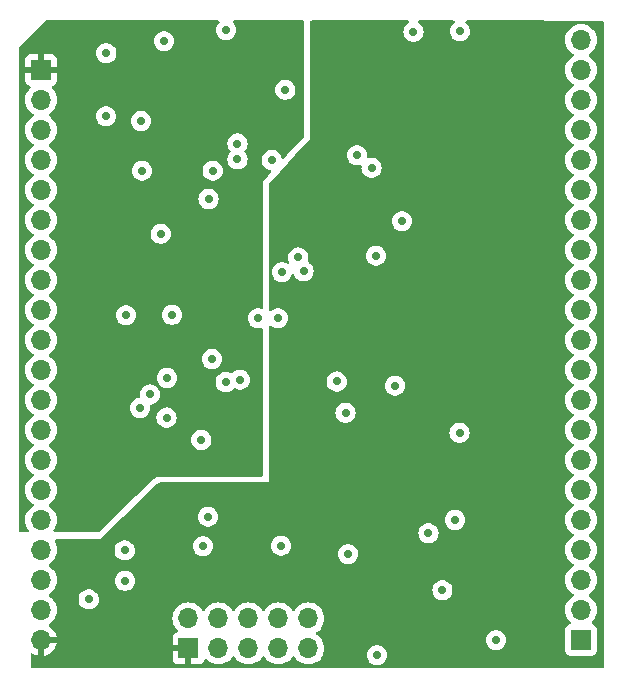
<source format=gbr>
%TF.GenerationSoftware,KiCad,Pcbnew,7.0.8*%
%TF.CreationDate,2024-01-04T13:35:50+01:00*%
%TF.ProjectId,OSSI_CM1,4f535349-5f43-44d3-912e-6b696361645f,rev?*%
%TF.SameCoordinates,Original*%
%TF.FileFunction,Copper,L3,Inr*%
%TF.FilePolarity,Positive*%
%FSLAX46Y46*%
G04 Gerber Fmt 4.6, Leading zero omitted, Abs format (unit mm)*
G04 Created by KiCad (PCBNEW 7.0.8) date 2024-01-04 13:35:50*
%MOMM*%
%LPD*%
G01*
G04 APERTURE LIST*
%TA.AperFunction,ComponentPad*%
%ADD10R,1.700000X1.700000*%
%TD*%
%TA.AperFunction,ComponentPad*%
%ADD11O,1.700000X1.700000*%
%TD*%
%TA.AperFunction,ViaPad*%
%ADD12C,0.700000*%
%TD*%
G04 APERTURE END LIST*
D10*
%TO.N,+3V3*%
%TO.C,X101*%
X131850000Y-126454000D03*
D11*
%TO.N,/JTAG_TMS{slash}SWD_DIO{slash}PTA3*%
X131850000Y-123914000D03*
%TO.N,GND*%
X134390000Y-126454000D03*
%TO.N,/JTAG_CLK{slash}SWD_CLK{slash}PTA0*%
X134390000Y-123914000D03*
%TO.N,GND*%
X136930000Y-126454000D03*
%TO.N,/JTAG_TDO{slash}TRACE_SWO{slash}PTA2*%
X136930000Y-123914000D03*
%TO.N,unconnected-(X101-Pad7)*%
X139470000Y-126454000D03*
%TO.N,Net-(U102B-JTAG_TDI{slash}PTA1)*%
X139470000Y-123914000D03*
%TO.N,GND*%
X142010000Y-126454000D03*
%TO.N,/~{RESET}*%
X142010000Y-123914000D03*
%TD*%
D10*
%TO.N,+3V3_ANA*%
%TO.C,X201*%
X119380000Y-77470000D03*
D11*
%TO.N,1V25_REF*%
X119380000Y-80010000D03*
%TO.N,2V50_REF*%
X119380000Y-82550000D03*
%TO.N,AGND*%
X119380000Y-85090000D03*
%TO.N,AC_Grid_Voltage*%
X119380000Y-87630000D03*
%TO.N,Relay_Ctrl_Voltage*%
X119380000Y-90170000D03*
%TO.N,AGND*%
X119380000Y-92710000D03*
%TO.N,DC_Link_Voltage*%
X119380000Y-95250000D03*
%TO.N,AC_Current*%
X119380000Y-97790000D03*
%TO.N,AGND*%
X119380000Y-100330000D03*
%TO.N,AC_Relay_Voltage*%
X119380000Y-102870000D03*
%TO.N,DC_Input_Voltage*%
X119380000Y-105410000D03*
%TO.N,AGND*%
X119380000Y-107950000D03*
%TO.N,DC_Current*%
X119380000Y-110490000D03*
%TO.N,AC_Inverter_Voltage*%
X119380000Y-113030000D03*
%TO.N,AGND*%
X119380000Y-115570000D03*
%TO.N,LED_Red_Ctrl*%
X119380000Y-118110000D03*
%TO.N,LED_Green_Ctrl*%
X119380000Y-120650000D03*
%TO.N,GND*%
X119380000Y-123190000D03*
%TO.N,+3V3*%
X119380000Y-125730000D03*
%TD*%
D10*
%TO.N,GND*%
%TO.C,X202*%
X165100000Y-125730000D03*
D11*
%TO.N,UART_RX*%
X165100000Y-123190000D03*
%TO.N,UART_TX*%
X165100000Y-120650000D03*
%TO.N,GND*%
X165100000Y-118110000D03*
%TO.N,I2C_Dat*%
X165100000Y-115570000D03*
%TO.N,I2C_Clk*%
X165100000Y-113030000D03*
%TO.N,GND*%
X165100000Y-110490000D03*
%TO.N,HISIDE_PWM_\u00B5C*%
X165100000Y-107950000D03*
%TO.N,Boost_T1*%
X165100000Y-105410000D03*
%TO.N,GND*%
X165100000Y-102870000D03*
%TO.N,Relay_Voltage_Ctrl*%
X165100000Y-100330000D03*
%TO.N,Bridge_T1*%
X165100000Y-97790000D03*
%TO.N,GND*%
X165100000Y-95250000D03*
%TO.N,Bridge_T2*%
X165100000Y-92710000D03*
%TO.N,Bridge_T3*%
X165100000Y-90170000D03*
%TO.N,GND*%
X165100000Y-87630000D03*
%TO.N,Bridge_T4*%
X165100000Y-85090000D03*
%TO.N,Inv_Relay_Ctrl*%
X165100000Y-82550000D03*
%TO.N,GND*%
X165100000Y-80010000D03*
%TO.N,Grid_Relay_Ctrl*%
X165100000Y-77470000D03*
%TO.N,GND*%
X165100000Y-74930000D03*
%TD*%
D12*
%TO.N,GND*%
X147801944Y-127027056D03*
X144398000Y-103852000D03*
X145150000Y-106504000D03*
X133100000Y-117797400D03*
X149350000Y-104204000D03*
X154800000Y-108204000D03*
X154850000Y-74204000D03*
X139450000Y-98504000D03*
X133500000Y-115297400D03*
X153350000Y-121529000D03*
X145375000Y-118475000D03*
X123400000Y-122304000D03*
X157900000Y-125754000D03*
X150900000Y-74254000D03*
X147750000Y-93204000D03*
X139750000Y-94604000D03*
X149912107Y-90291893D03*
%TO.N,AGND*%
X136000000Y-83704000D03*
X133900000Y-86004000D03*
X124850000Y-81404000D03*
X136000000Y-85054000D03*
X135050000Y-74104000D03*
X130000000Y-106904000D03*
X135000000Y-103904000D03*
X133550000Y-88404000D03*
X126550000Y-98254000D03*
X130450000Y-98204000D03*
X124900000Y-76054000D03*
X137750000Y-98504000D03*
X129500000Y-91354000D03*
X133849500Y-101954000D03*
X132936800Y-108804000D03*
X130050000Y-103554000D03*
X140050000Y-79154000D03*
X127850000Y-81804000D03*
X128600000Y-104954000D03*
X129800000Y-75054000D03*
%TO.N,+3V3*%
X136600000Y-119510600D03*
X125249000Y-125730000D03*
X141100000Y-120900000D03*
X125249000Y-124938710D03*
X125241251Y-126582128D03*
X156300000Y-120179000D03*
X141450000Y-108363361D03*
X158700000Y-117154000D03*
X149862107Y-91991893D03*
X143450000Y-106504000D03*
X139400000Y-93504000D03*
X158700000Y-111804000D03*
%TO.N,2V50_REF*%
X127900000Y-86004000D03*
X127750000Y-106104000D03*
%TO.N,/JTAG_TMS{slash}SWD_DIO{slash}PTA3*%
X139700000Y-117754000D03*
%TO.N,I2C_Clk*%
X154425000Y-115579000D03*
X147350000Y-85754000D03*
%TO.N,I2C_Dat*%
X152168629Y-116704000D03*
X146100000Y-84704000D03*
%TO.N,Net-(U102A-PTC8)*%
X141600000Y-94504000D03*
X126447000Y-118157000D03*
%TO.N,Net-(U102A-PTC9)*%
X126477000Y-120727000D03*
X141150000Y-93354000D03*
%TO.N,Net-(U102C-VREF_OUT)*%
X136200000Y-103704000D03*
X138900000Y-85104000D03*
%TO.N,+3V3_ANA*%
X138350000Y-79154000D03*
X137836800Y-108804000D03*
X130050000Y-101854000D03*
%TD*%
%TA.AperFunction,Conductor*%
%TO.N,+3V3_ANA*%
G36*
X134430151Y-73306185D02*
G01*
X134475906Y-73358989D01*
X134485850Y-73428147D01*
X134456825Y-73491703D01*
X134455262Y-73493472D01*
X134358140Y-73601336D01*
X134268750Y-73756164D01*
X134268747Y-73756170D01*
X134213504Y-73926192D01*
X134213503Y-73926194D01*
X134194815Y-74104000D01*
X134213503Y-74281805D01*
X134213504Y-74281807D01*
X134268747Y-74451829D01*
X134268750Y-74451835D01*
X134358141Y-74606665D01*
X134388059Y-74639892D01*
X134477764Y-74739521D01*
X134477767Y-74739523D01*
X134477770Y-74739526D01*
X134622407Y-74844612D01*
X134785733Y-74917329D01*
X134960609Y-74954500D01*
X134960610Y-74954500D01*
X135139389Y-74954500D01*
X135139391Y-74954500D01*
X135314267Y-74917329D01*
X135477593Y-74844612D01*
X135622230Y-74739526D01*
X135741859Y-74606665D01*
X135831250Y-74451835D01*
X135886497Y-74281803D01*
X135905185Y-74104000D01*
X135886497Y-73926197D01*
X135851828Y-73819496D01*
X135831252Y-73756170D01*
X135831249Y-73756164D01*
X135741859Y-73601335D01*
X135684381Y-73537499D01*
X135644739Y-73493472D01*
X135614509Y-73430480D01*
X135623134Y-73361145D01*
X135667876Y-73307480D01*
X135734528Y-73286522D01*
X135736889Y-73286500D01*
X141520500Y-73286500D01*
X141587539Y-73306185D01*
X141633294Y-73358989D01*
X141644500Y-73410500D01*
X141644500Y-83058271D01*
X141624815Y-83125310D01*
X141611708Y-83142278D01*
X140488708Y-84361536D01*
X140173282Y-84703997D01*
X139940655Y-84956562D01*
X139880759Y-84992537D01*
X139810921Y-84990418D01*
X139753316Y-84950879D01*
X139731518Y-84910874D01*
X139701730Y-84819198D01*
X139681253Y-84756173D01*
X139681251Y-84756169D01*
X139681250Y-84756165D01*
X139591859Y-84601335D01*
X139545003Y-84549296D01*
X139472235Y-84468478D01*
X139472232Y-84468476D01*
X139472231Y-84468475D01*
X139472230Y-84468474D01*
X139327593Y-84363388D01*
X139164267Y-84290671D01*
X139164265Y-84290670D01*
X139036594Y-84263533D01*
X138989391Y-84253500D01*
X138810609Y-84253500D01*
X138779954Y-84260015D01*
X138635733Y-84290670D01*
X138635728Y-84290672D01*
X138472408Y-84363387D01*
X138327768Y-84468475D01*
X138208140Y-84601336D01*
X138118750Y-84756164D01*
X138118747Y-84756170D01*
X138063504Y-84926192D01*
X138063503Y-84926194D01*
X138044815Y-85104000D01*
X138063503Y-85281805D01*
X138063504Y-85281807D01*
X138118747Y-85451829D01*
X138118750Y-85451835D01*
X138208141Y-85606665D01*
X138233861Y-85635230D01*
X138327764Y-85739521D01*
X138327767Y-85739523D01*
X138327770Y-85739526D01*
X138472407Y-85844612D01*
X138635733Y-85917329D01*
X138774133Y-85946746D01*
X138835610Y-85979937D01*
X138869387Y-86041099D01*
X138864735Y-86110814D01*
X138839556Y-86152042D01*
X138569861Y-86444855D01*
X138303558Y-86733985D01*
X138294590Y-86744610D01*
X138289435Y-86750717D01*
X138269638Y-86776347D01*
X138244434Y-86812065D01*
X138184663Y-86942941D01*
X138164978Y-87009979D01*
X138164976Y-87009984D01*
X138144500Y-87152405D01*
X138144500Y-94578640D01*
X138145533Y-94601460D01*
X138145533Y-94601463D01*
X138145764Y-94604008D01*
X138146010Y-94606721D01*
X138145255Y-94635552D01*
X138144500Y-94640804D01*
X138144500Y-97565225D01*
X138124815Y-97632264D01*
X138072011Y-97678019D01*
X138002853Y-97687963D01*
X137994720Y-97686515D01*
X137839392Y-97653500D01*
X137839391Y-97653500D01*
X137660609Y-97653500D01*
X137629954Y-97660015D01*
X137485733Y-97690670D01*
X137485728Y-97690672D01*
X137322408Y-97763387D01*
X137177768Y-97868475D01*
X137058140Y-98001336D01*
X136968750Y-98156164D01*
X136968747Y-98156170D01*
X136913504Y-98326192D01*
X136913503Y-98326194D01*
X136894815Y-98504000D01*
X136913503Y-98681805D01*
X136913504Y-98681807D01*
X136968747Y-98851829D01*
X136968750Y-98851835D01*
X137058141Y-99006665D01*
X137079559Y-99030452D01*
X137177764Y-99139521D01*
X137177767Y-99139523D01*
X137177770Y-99139526D01*
X137322407Y-99244612D01*
X137485733Y-99317329D01*
X137660609Y-99354500D01*
X137660610Y-99354500D01*
X137839389Y-99354500D01*
X137839391Y-99354500D01*
X137994719Y-99321484D01*
X138064386Y-99326800D01*
X138120120Y-99368937D01*
X138144225Y-99434517D01*
X138144500Y-99442774D01*
X138144500Y-108534859D01*
X138149609Y-108599778D01*
X138150724Y-108613934D01*
X138152666Y-108626194D01*
X138156795Y-108652264D01*
X138175334Y-108729484D01*
X138176709Y-108737485D01*
X138182337Y-108791038D01*
X138182337Y-108816963D01*
X138176706Y-108870523D01*
X138175332Y-108878522D01*
X138156791Y-108955754D01*
X138150722Y-108994078D01*
X138150722Y-108994079D01*
X138144500Y-109073140D01*
X138144500Y-111774500D01*
X138124815Y-111841539D01*
X138072011Y-111887294D01*
X138020500Y-111898500D01*
X129387638Y-111898500D01*
X129366674Y-111899515D01*
X129363180Y-111899685D01*
X129342078Y-111901735D01*
X129327139Y-111903186D01*
X129327140Y-111903186D01*
X129278713Y-111910271D01*
X129278709Y-111910272D01*
X129142903Y-111957775D01*
X129080906Y-111989996D01*
X129080902Y-111989997D01*
X128963980Y-112073840D01*
X128963974Y-112073844D01*
X125985403Y-114932704D01*
X125605439Y-115297397D01*
X124519903Y-116339304D01*
X124280108Y-116569461D01*
X124218111Y-116601681D01*
X124194243Y-116604000D01*
X120542844Y-116604000D01*
X120475805Y-116584315D01*
X120430050Y-116531511D01*
X120420106Y-116462353D01*
X120441269Y-116408877D01*
X120554032Y-116247834D01*
X120554031Y-116247834D01*
X120554035Y-116247830D01*
X120653903Y-116033663D01*
X120715063Y-115805408D01*
X120735659Y-115570000D01*
X120715063Y-115334592D01*
X120653903Y-115106337D01*
X120554035Y-114892171D01*
X120495225Y-114808180D01*
X120418494Y-114698597D01*
X120251402Y-114531506D01*
X120251396Y-114531501D01*
X120065842Y-114401575D01*
X120022217Y-114346998D01*
X120015023Y-114277500D01*
X120046546Y-114215145D01*
X120065842Y-114198425D01*
X120088026Y-114182891D01*
X120251401Y-114068495D01*
X120418495Y-113901401D01*
X120554035Y-113707830D01*
X120653903Y-113493663D01*
X120715063Y-113265408D01*
X120735659Y-113030000D01*
X120715063Y-112794592D01*
X120653903Y-112566337D01*
X120554035Y-112352171D01*
X120495225Y-112268180D01*
X120418494Y-112158597D01*
X120251402Y-111991506D01*
X120251396Y-111991501D01*
X120065842Y-111861575D01*
X120022217Y-111806998D01*
X120015023Y-111737500D01*
X120046546Y-111675145D01*
X120065842Y-111658425D01*
X120088026Y-111642891D01*
X120251401Y-111528495D01*
X120418495Y-111361401D01*
X120554035Y-111167830D01*
X120653903Y-110953663D01*
X120715063Y-110725408D01*
X120735659Y-110490000D01*
X120715063Y-110254592D01*
X120653903Y-110026337D01*
X120554035Y-109812171D01*
X120495225Y-109728180D01*
X120418494Y-109618597D01*
X120251402Y-109451506D01*
X120251396Y-109451501D01*
X120065842Y-109321575D01*
X120022217Y-109266998D01*
X120015023Y-109197500D01*
X120046546Y-109135145D01*
X120065842Y-109118425D01*
X120088026Y-109102891D01*
X120251401Y-108988495D01*
X120418495Y-108821401D01*
X120430679Y-108804000D01*
X132081615Y-108804000D01*
X132100303Y-108981805D01*
X132100304Y-108981807D01*
X132155547Y-109151829D01*
X132155550Y-109151835D01*
X132244941Y-109306665D01*
X132269751Y-109334219D01*
X132364564Y-109439521D01*
X132364567Y-109439523D01*
X132364570Y-109439526D01*
X132509207Y-109544612D01*
X132672533Y-109617329D01*
X132847409Y-109654500D01*
X132847410Y-109654500D01*
X133026189Y-109654500D01*
X133026191Y-109654500D01*
X133201067Y-109617329D01*
X133364393Y-109544612D01*
X133509030Y-109439526D01*
X133628659Y-109306665D01*
X133718050Y-109151835D01*
X133773297Y-108981803D01*
X133791985Y-108804000D01*
X133773297Y-108626197D01*
X133743315Y-108533921D01*
X133718052Y-108456170D01*
X133718049Y-108456164D01*
X133693511Y-108413663D01*
X133628659Y-108301335D01*
X133573535Y-108240114D01*
X133509035Y-108168478D01*
X133509032Y-108168476D01*
X133509031Y-108168475D01*
X133509030Y-108168474D01*
X133364393Y-108063388D01*
X133201067Y-107990671D01*
X133201065Y-107990670D01*
X133073394Y-107963533D01*
X133026191Y-107953500D01*
X132847409Y-107953500D01*
X132816754Y-107960015D01*
X132672533Y-107990670D01*
X132672528Y-107990672D01*
X132509208Y-108063387D01*
X132364568Y-108168475D01*
X132244940Y-108301336D01*
X132155550Y-108456164D01*
X132155547Y-108456170D01*
X132100304Y-108626192D01*
X132100303Y-108626194D01*
X132081615Y-108804000D01*
X120430679Y-108804000D01*
X120554035Y-108627830D01*
X120653903Y-108413663D01*
X120715063Y-108185408D01*
X120735659Y-107950000D01*
X120715063Y-107714592D01*
X120653903Y-107486337D01*
X120554035Y-107272171D01*
X120539792Y-107251829D01*
X120418494Y-107078597D01*
X120251402Y-106911506D01*
X120251396Y-106911501D01*
X120065842Y-106781575D01*
X120022217Y-106726998D01*
X120015023Y-106657500D01*
X120046546Y-106595145D01*
X120065842Y-106578425D01*
X120097634Y-106556164D01*
X120251401Y-106448495D01*
X120418495Y-106281401D01*
X120542713Y-106104000D01*
X126894815Y-106104000D01*
X126913503Y-106281805D01*
X126913504Y-106281807D01*
X126968747Y-106451829D01*
X126968750Y-106451835D01*
X127058141Y-106606665D01*
X127092746Y-106645098D01*
X127177764Y-106739521D01*
X127177767Y-106739523D01*
X127177770Y-106739526D01*
X127322407Y-106844612D01*
X127485733Y-106917329D01*
X127660609Y-106954500D01*
X127660610Y-106954500D01*
X127839389Y-106954500D01*
X127839391Y-106954500D01*
X128014267Y-106917329D01*
X128044205Y-106904000D01*
X129144815Y-106904000D01*
X129163503Y-107081805D01*
X129163504Y-107081807D01*
X129218747Y-107251829D01*
X129218750Y-107251835D01*
X129308141Y-107406665D01*
X129349812Y-107452946D01*
X129427764Y-107539521D01*
X129427767Y-107539523D01*
X129427770Y-107539526D01*
X129572407Y-107644612D01*
X129735733Y-107717329D01*
X129910609Y-107754500D01*
X129910610Y-107754500D01*
X130089389Y-107754500D01*
X130089391Y-107754500D01*
X130264267Y-107717329D01*
X130427593Y-107644612D01*
X130572230Y-107539526D01*
X130691859Y-107406665D01*
X130781250Y-107251835D01*
X130836497Y-107081803D01*
X130855185Y-106904000D01*
X130836497Y-106726197D01*
X130797658Y-106606663D01*
X130781252Y-106556170D01*
X130781249Y-106556164D01*
X130691859Y-106401335D01*
X130645003Y-106349296D01*
X130572235Y-106268478D01*
X130572232Y-106268476D01*
X130572231Y-106268475D01*
X130572230Y-106268474D01*
X130427593Y-106163388D01*
X130264267Y-106090671D01*
X130264265Y-106090670D01*
X130118950Y-106059783D01*
X130089391Y-106053500D01*
X129910609Y-106053500D01*
X129881073Y-106059778D01*
X129735733Y-106090670D01*
X129735728Y-106090672D01*
X129572408Y-106163387D01*
X129427768Y-106268475D01*
X129308140Y-106401336D01*
X129218750Y-106556164D01*
X129218747Y-106556170D01*
X129163504Y-106726192D01*
X129163503Y-106726194D01*
X129144815Y-106904000D01*
X128044205Y-106904000D01*
X128177593Y-106844612D01*
X128322230Y-106739526D01*
X128333511Y-106726998D01*
X128355568Y-106702500D01*
X128441859Y-106606665D01*
X128531250Y-106451835D01*
X128586497Y-106281803D01*
X128605185Y-106104000D01*
X128587904Y-105939587D01*
X128600473Y-105870860D01*
X128648205Y-105819836D01*
X128685445Y-105805338D01*
X128689388Y-105804500D01*
X128689391Y-105804500D01*
X128834406Y-105773676D01*
X128864263Y-105767330D01*
X128864263Y-105767329D01*
X128864267Y-105767329D01*
X129027593Y-105694612D01*
X129172230Y-105589526D01*
X129291859Y-105456665D01*
X129381250Y-105301835D01*
X129436497Y-105131803D01*
X129455185Y-104954000D01*
X129436497Y-104776197D01*
X129381250Y-104606165D01*
X129291859Y-104451335D01*
X129245003Y-104399296D01*
X129172235Y-104318478D01*
X129172232Y-104318476D01*
X129172231Y-104318475D01*
X129172230Y-104318474D01*
X129027593Y-104213388D01*
X128864267Y-104140671D01*
X128864265Y-104140670D01*
X128736594Y-104113533D01*
X128689391Y-104103500D01*
X128510609Y-104103500D01*
X128480984Y-104109797D01*
X128335733Y-104140670D01*
X128335728Y-104140672D01*
X128172408Y-104213387D01*
X128027768Y-104318475D01*
X127908140Y-104451336D01*
X127818750Y-104606164D01*
X127818747Y-104606170D01*
X127763504Y-104776192D01*
X127763503Y-104776194D01*
X127744815Y-104954000D01*
X127762095Y-105118410D01*
X127749525Y-105187140D01*
X127701793Y-105238163D01*
X127664555Y-105252661D01*
X127485733Y-105290670D01*
X127485728Y-105290672D01*
X127322408Y-105363387D01*
X127177768Y-105468475D01*
X127058140Y-105601336D01*
X126968750Y-105756164D01*
X126968747Y-105756170D01*
X126913504Y-105926192D01*
X126913503Y-105926194D01*
X126894815Y-106104000D01*
X120542713Y-106104000D01*
X120554035Y-106087830D01*
X120653903Y-105873663D01*
X120715063Y-105645408D01*
X120735659Y-105410000D01*
X120715063Y-105174592D01*
X120653903Y-104946337D01*
X120554035Y-104732171D01*
X120495225Y-104648180D01*
X120418494Y-104538597D01*
X120251402Y-104371506D01*
X120251396Y-104371501D01*
X120065842Y-104241575D01*
X120022217Y-104186998D01*
X120015023Y-104117500D01*
X120046546Y-104055145D01*
X120065842Y-104038425D01*
X120088026Y-104022891D01*
X120251401Y-103908495D01*
X120418495Y-103741401D01*
X120549715Y-103554000D01*
X129194815Y-103554000D01*
X129213503Y-103731805D01*
X129213504Y-103731807D01*
X129268747Y-103901829D01*
X129268750Y-103901835D01*
X129358141Y-104056665D01*
X129380779Y-104081807D01*
X129477764Y-104189521D01*
X129477767Y-104189523D01*
X129477770Y-104189526D01*
X129622407Y-104294612D01*
X129785733Y-104367329D01*
X129960609Y-104404500D01*
X129960610Y-104404500D01*
X130139389Y-104404500D01*
X130139391Y-104404500D01*
X130314267Y-104367329D01*
X130477593Y-104294612D01*
X130622230Y-104189526D01*
X130624507Y-104186998D01*
X130666220Y-104140670D01*
X130741859Y-104056665D01*
X130830000Y-103904000D01*
X134144815Y-103904000D01*
X134163503Y-104081805D01*
X134163504Y-104081807D01*
X134218747Y-104251829D01*
X134218750Y-104251835D01*
X134308141Y-104406665D01*
X134348362Y-104451335D01*
X134427764Y-104539521D01*
X134427767Y-104539523D01*
X134427770Y-104539526D01*
X134572407Y-104644612D01*
X134735733Y-104717329D01*
X134910609Y-104754500D01*
X134910610Y-104754500D01*
X135089389Y-104754500D01*
X135089391Y-104754500D01*
X135264267Y-104717329D01*
X135427593Y-104644612D01*
X135572230Y-104539526D01*
X135573067Y-104538597D01*
X135605460Y-104502620D01*
X135630236Y-104475103D01*
X135689720Y-104438456D01*
X135759577Y-104439785D01*
X135772821Y-104444796D01*
X135935733Y-104517329D01*
X136110609Y-104554500D01*
X136110610Y-104554500D01*
X136289389Y-104554500D01*
X136289391Y-104554500D01*
X136464267Y-104517329D01*
X136627593Y-104444612D01*
X136772230Y-104339526D01*
X136791185Y-104318475D01*
X136812671Y-104294612D01*
X136891859Y-104206665D01*
X136981250Y-104051835D01*
X137036497Y-103881803D01*
X137055185Y-103704000D01*
X137036497Y-103526197D01*
X137000442Y-103415232D01*
X136981252Y-103356170D01*
X136981249Y-103356164D01*
X136968258Y-103333663D01*
X136891859Y-103201335D01*
X136830236Y-103132896D01*
X136772235Y-103068478D01*
X136772232Y-103068476D01*
X136772231Y-103068475D01*
X136772230Y-103068474D01*
X136627593Y-102963388D01*
X136464267Y-102890671D01*
X136464265Y-102890670D01*
X136336594Y-102863533D01*
X136289391Y-102853500D01*
X136110609Y-102853500D01*
X136079954Y-102860015D01*
X135935733Y-102890670D01*
X135935728Y-102890672D01*
X135772408Y-102963387D01*
X135627768Y-103068475D01*
X135569763Y-103132896D01*
X135510276Y-103169544D01*
X135440419Y-103168213D01*
X135427179Y-103163203D01*
X135297356Y-103105403D01*
X135264267Y-103090671D01*
X135264265Y-103090670D01*
X135136594Y-103063533D01*
X135089391Y-103053500D01*
X134910609Y-103053500D01*
X134879954Y-103060015D01*
X134735733Y-103090670D01*
X134735728Y-103090672D01*
X134572408Y-103163387D01*
X134427768Y-103268475D01*
X134308140Y-103401336D01*
X134218750Y-103556164D01*
X134218747Y-103556170D01*
X134163504Y-103726192D01*
X134163503Y-103726194D01*
X134144815Y-103904000D01*
X130830000Y-103904000D01*
X130831250Y-103901835D01*
X130886497Y-103731803D01*
X130905185Y-103554000D01*
X130886497Y-103376197D01*
X130831250Y-103206165D01*
X130741859Y-103051335D01*
X130662672Y-102963389D01*
X130622235Y-102918478D01*
X130622232Y-102918476D01*
X130622231Y-102918475D01*
X130622230Y-102918474D01*
X130477593Y-102813388D01*
X130314267Y-102740671D01*
X130314265Y-102740670D01*
X130186594Y-102713533D01*
X130139391Y-102703500D01*
X129960609Y-102703500D01*
X129929954Y-102710015D01*
X129785733Y-102740670D01*
X129785728Y-102740672D01*
X129622408Y-102813387D01*
X129477768Y-102918475D01*
X129358140Y-103051336D01*
X129268750Y-103206164D01*
X129268747Y-103206170D01*
X129213504Y-103376192D01*
X129213503Y-103376194D01*
X129194815Y-103554000D01*
X120549715Y-103554000D01*
X120554035Y-103547830D01*
X120653903Y-103333663D01*
X120715063Y-103105408D01*
X120735659Y-102870000D01*
X120715063Y-102634592D01*
X120653903Y-102406337D01*
X120554035Y-102192171D01*
X120511767Y-102131805D01*
X120418494Y-101998597D01*
X120373897Y-101954000D01*
X132994315Y-101954000D01*
X133013003Y-102131805D01*
X133013004Y-102131807D01*
X133068247Y-102301829D01*
X133068250Y-102301835D01*
X133157641Y-102456665D01*
X133199312Y-102502946D01*
X133277264Y-102589521D01*
X133277267Y-102589523D01*
X133277270Y-102589526D01*
X133421907Y-102694612D01*
X133585233Y-102767329D01*
X133760109Y-102804500D01*
X133760110Y-102804500D01*
X133938889Y-102804500D01*
X133938891Y-102804500D01*
X134113767Y-102767329D01*
X134277093Y-102694612D01*
X134421730Y-102589526D01*
X134541359Y-102456665D01*
X134630750Y-102301835D01*
X134685997Y-102131803D01*
X134704685Y-101954000D01*
X134685997Y-101776197D01*
X134630750Y-101606165D01*
X134541359Y-101451335D01*
X134494503Y-101399296D01*
X134421735Y-101318478D01*
X134421732Y-101318476D01*
X134421731Y-101318475D01*
X134421730Y-101318474D01*
X134277093Y-101213388D01*
X134113767Y-101140671D01*
X134113765Y-101140670D01*
X133959384Y-101107856D01*
X133938891Y-101103500D01*
X133760109Y-101103500D01*
X133739616Y-101107856D01*
X133585233Y-101140670D01*
X133585228Y-101140672D01*
X133421908Y-101213387D01*
X133277268Y-101318475D01*
X133157640Y-101451336D01*
X133068250Y-101606164D01*
X133068247Y-101606170D01*
X133013004Y-101776192D01*
X133013003Y-101776194D01*
X132994315Y-101954000D01*
X120373897Y-101954000D01*
X120251402Y-101831506D01*
X120251396Y-101831501D01*
X120065842Y-101701575D01*
X120022217Y-101646998D01*
X120015023Y-101577500D01*
X120046546Y-101515145D01*
X120065842Y-101498425D01*
X120133093Y-101451335D01*
X120251401Y-101368495D01*
X120418495Y-101201401D01*
X120554035Y-101007830D01*
X120653903Y-100793663D01*
X120715063Y-100565408D01*
X120735659Y-100330000D01*
X120715063Y-100094592D01*
X120653903Y-99866337D01*
X120554035Y-99652171D01*
X120495225Y-99568180D01*
X120418494Y-99458597D01*
X120251402Y-99291506D01*
X120251396Y-99291501D01*
X120065842Y-99161575D01*
X120022217Y-99106998D01*
X120015023Y-99037500D01*
X120046546Y-98975145D01*
X120065842Y-98958425D01*
X120088026Y-98942891D01*
X120251401Y-98828495D01*
X120418495Y-98661401D01*
X120554035Y-98467830D01*
X120653746Y-98254000D01*
X125694815Y-98254000D01*
X125713503Y-98431805D01*
X125713504Y-98431807D01*
X125768747Y-98601829D01*
X125768750Y-98601835D01*
X125858141Y-98756665D01*
X125899812Y-98802946D01*
X125977764Y-98889521D01*
X125977767Y-98889523D01*
X125977770Y-98889526D01*
X126122407Y-98994612D01*
X126285733Y-99067329D01*
X126460609Y-99104500D01*
X126460610Y-99104500D01*
X126639389Y-99104500D01*
X126639391Y-99104500D01*
X126814267Y-99067329D01*
X126977593Y-98994612D01*
X127122230Y-98889526D01*
X127241859Y-98756665D01*
X127331250Y-98601835D01*
X127386497Y-98431803D01*
X127405185Y-98254000D01*
X127399930Y-98204000D01*
X129594815Y-98204000D01*
X129613503Y-98381805D01*
X129613504Y-98381807D01*
X129668747Y-98551829D01*
X129668750Y-98551835D01*
X129758141Y-98706665D01*
X129794532Y-98747081D01*
X129877764Y-98839521D01*
X129877767Y-98839523D01*
X129877770Y-98839526D01*
X130022407Y-98944612D01*
X130185733Y-99017329D01*
X130360609Y-99054500D01*
X130360610Y-99054500D01*
X130539389Y-99054500D01*
X130539391Y-99054500D01*
X130714267Y-99017329D01*
X130877593Y-98944612D01*
X131022230Y-98839526D01*
X131032163Y-98828495D01*
X131049323Y-98809436D01*
X131141859Y-98706665D01*
X131231250Y-98551835D01*
X131286497Y-98381803D01*
X131305185Y-98204000D01*
X131286497Y-98026197D01*
X131235250Y-97868475D01*
X131231252Y-97856170D01*
X131231249Y-97856164D01*
X131141859Y-97701335D01*
X131095003Y-97649296D01*
X131022235Y-97568478D01*
X131022232Y-97568476D01*
X131022231Y-97568475D01*
X131022230Y-97568474D01*
X130877593Y-97463388D01*
X130714267Y-97390671D01*
X130714265Y-97390670D01*
X130586594Y-97363533D01*
X130539391Y-97353500D01*
X130360609Y-97353500D01*
X130329954Y-97360015D01*
X130185733Y-97390670D01*
X130185728Y-97390672D01*
X130022408Y-97463387D01*
X129877768Y-97568475D01*
X129758140Y-97701336D01*
X129668750Y-97856164D01*
X129668747Y-97856170D01*
X129613504Y-98026192D01*
X129613503Y-98026194D01*
X129594815Y-98204000D01*
X127399930Y-98204000D01*
X127386497Y-98076197D01*
X127331250Y-97906165D01*
X127241859Y-97751335D01*
X127187236Y-97690670D01*
X127122235Y-97618478D01*
X127122232Y-97618476D01*
X127122231Y-97618475D01*
X127122230Y-97618474D01*
X126977593Y-97513388D01*
X126814267Y-97440671D01*
X126814265Y-97440670D01*
X126686594Y-97413533D01*
X126639391Y-97403500D01*
X126460609Y-97403500D01*
X126429954Y-97410015D01*
X126285733Y-97440670D01*
X126285728Y-97440672D01*
X126122408Y-97513387D01*
X125977768Y-97618475D01*
X125858140Y-97751336D01*
X125768750Y-97906164D01*
X125768747Y-97906170D01*
X125713504Y-98076192D01*
X125713503Y-98076194D01*
X125694815Y-98254000D01*
X120653746Y-98254000D01*
X120653903Y-98253663D01*
X120715063Y-98025408D01*
X120735659Y-97790000D01*
X120715063Y-97554592D01*
X120653903Y-97326337D01*
X120554035Y-97112171D01*
X120495225Y-97028180D01*
X120418494Y-96918597D01*
X120251402Y-96751506D01*
X120251396Y-96751501D01*
X120065842Y-96621575D01*
X120022217Y-96566998D01*
X120015023Y-96497500D01*
X120046546Y-96435145D01*
X120065842Y-96418425D01*
X120088026Y-96402891D01*
X120251401Y-96288495D01*
X120418495Y-96121401D01*
X120554035Y-95927830D01*
X120653903Y-95713663D01*
X120715063Y-95485408D01*
X120735659Y-95250000D01*
X120715063Y-95014592D01*
X120653903Y-94786337D01*
X120554035Y-94572171D01*
X120495225Y-94488180D01*
X120418494Y-94378597D01*
X120251402Y-94211506D01*
X120251396Y-94211501D01*
X120065842Y-94081575D01*
X120022217Y-94026998D01*
X120015023Y-93957500D01*
X120046546Y-93895145D01*
X120065842Y-93878425D01*
X120088026Y-93862891D01*
X120251401Y-93748495D01*
X120418495Y-93581401D01*
X120554035Y-93387830D01*
X120653903Y-93173663D01*
X120715063Y-92945408D01*
X120735659Y-92710000D01*
X120715063Y-92474592D01*
X120653903Y-92246337D01*
X120554035Y-92032171D01*
X120524172Y-91989521D01*
X120418494Y-91838597D01*
X120251402Y-91671506D01*
X120251396Y-91671501D01*
X120065842Y-91541575D01*
X120022217Y-91486998D01*
X120015023Y-91417500D01*
X120046546Y-91355145D01*
X120047867Y-91354000D01*
X128644815Y-91354000D01*
X128663503Y-91531805D01*
X128663504Y-91531807D01*
X128718747Y-91701829D01*
X128718750Y-91701835D01*
X128808141Y-91856665D01*
X128849812Y-91902946D01*
X128927764Y-91989521D01*
X128927767Y-91989523D01*
X128927770Y-91989526D01*
X129072407Y-92094612D01*
X129235733Y-92167329D01*
X129410609Y-92204500D01*
X129410610Y-92204500D01*
X129589389Y-92204500D01*
X129589391Y-92204500D01*
X129764267Y-92167329D01*
X129927593Y-92094612D01*
X130072230Y-91989526D01*
X130191859Y-91856665D01*
X130281250Y-91701835D01*
X130336497Y-91531803D01*
X130355185Y-91354000D01*
X130336497Y-91176197D01*
X130286656Y-91022803D01*
X130281252Y-91006170D01*
X130281249Y-91006164D01*
X130247585Y-90947856D01*
X130191859Y-90851335D01*
X130145003Y-90799296D01*
X130072235Y-90718478D01*
X130072232Y-90718476D01*
X130072231Y-90718475D01*
X130072230Y-90718474D01*
X129927593Y-90613388D01*
X129764267Y-90540671D01*
X129764265Y-90540670D01*
X129636594Y-90513533D01*
X129589391Y-90503500D01*
X129410609Y-90503500D01*
X129379954Y-90510015D01*
X129235733Y-90540670D01*
X129235728Y-90540672D01*
X129072408Y-90613387D01*
X128927768Y-90718475D01*
X128808140Y-90851336D01*
X128718750Y-91006164D01*
X128718747Y-91006170D01*
X128663504Y-91176192D01*
X128663503Y-91176194D01*
X128644815Y-91354000D01*
X120047867Y-91354000D01*
X120065842Y-91338425D01*
X120088026Y-91322891D01*
X120251401Y-91208495D01*
X120418495Y-91041401D01*
X120554035Y-90847830D01*
X120653903Y-90633663D01*
X120715063Y-90405408D01*
X120735659Y-90170000D01*
X120715063Y-89934592D01*
X120653903Y-89706337D01*
X120554035Y-89492171D01*
X120495225Y-89408180D01*
X120418494Y-89298597D01*
X120251402Y-89131506D01*
X120251396Y-89131501D01*
X120065842Y-89001575D01*
X120022217Y-88946998D01*
X120015023Y-88877500D01*
X120046546Y-88815145D01*
X120065842Y-88798425D01*
X120132388Y-88751829D01*
X120251401Y-88668495D01*
X120418495Y-88501401D01*
X120486696Y-88404000D01*
X132694815Y-88404000D01*
X132713503Y-88581805D01*
X132713504Y-88581807D01*
X132768747Y-88751829D01*
X132768750Y-88751835D01*
X132858141Y-88906665D01*
X132872399Y-88922500D01*
X132977764Y-89039521D01*
X132977767Y-89039523D01*
X132977770Y-89039526D01*
X133122407Y-89144612D01*
X133285733Y-89217329D01*
X133460609Y-89254500D01*
X133460610Y-89254500D01*
X133639389Y-89254500D01*
X133639391Y-89254500D01*
X133814267Y-89217329D01*
X133977593Y-89144612D01*
X134122230Y-89039526D01*
X134241859Y-88906665D01*
X134331250Y-88751835D01*
X134386497Y-88581803D01*
X134405185Y-88404000D01*
X134386497Y-88226197D01*
X134343434Y-88093663D01*
X134331252Y-88056170D01*
X134331249Y-88056164D01*
X134330065Y-88054113D01*
X134241859Y-87901335D01*
X134195003Y-87849296D01*
X134122235Y-87768478D01*
X134122232Y-87768476D01*
X134122231Y-87768475D01*
X134122230Y-87768474D01*
X133977593Y-87663388D01*
X133814267Y-87590671D01*
X133814265Y-87590670D01*
X133686594Y-87563533D01*
X133639391Y-87553500D01*
X133460609Y-87553500D01*
X133429954Y-87560015D01*
X133285733Y-87590670D01*
X133285728Y-87590672D01*
X133122408Y-87663387D01*
X132977768Y-87768475D01*
X132858140Y-87901336D01*
X132768750Y-88056164D01*
X132768747Y-88056170D01*
X132713504Y-88226192D01*
X132713503Y-88226194D01*
X132694815Y-88404000D01*
X120486696Y-88404000D01*
X120554035Y-88307830D01*
X120653903Y-88093663D01*
X120715063Y-87865408D01*
X120735659Y-87630000D01*
X120715063Y-87394592D01*
X120653903Y-87166337D01*
X120554035Y-86952171D01*
X120547573Y-86942941D01*
X120418494Y-86758597D01*
X120251402Y-86591506D01*
X120251396Y-86591501D01*
X120065842Y-86461575D01*
X120022217Y-86406998D01*
X120015023Y-86337500D01*
X120046546Y-86275145D01*
X120065842Y-86258425D01*
X120088026Y-86242891D01*
X120251401Y-86128495D01*
X120375896Y-86004000D01*
X127044815Y-86004000D01*
X127063503Y-86181805D01*
X127063504Y-86181807D01*
X127118747Y-86351829D01*
X127118750Y-86351835D01*
X127208141Y-86506665D01*
X127249812Y-86552946D01*
X127327764Y-86639521D01*
X127327767Y-86639523D01*
X127327770Y-86639526D01*
X127472407Y-86744612D01*
X127635733Y-86817329D01*
X127810609Y-86854500D01*
X127810610Y-86854500D01*
X127989389Y-86854500D01*
X127989391Y-86854500D01*
X128164267Y-86817329D01*
X128327593Y-86744612D01*
X128472230Y-86639526D01*
X128591859Y-86506665D01*
X128681250Y-86351835D01*
X128736497Y-86181803D01*
X128755185Y-86004000D01*
X133044815Y-86004000D01*
X133063503Y-86181805D01*
X133063504Y-86181807D01*
X133118747Y-86351829D01*
X133118750Y-86351835D01*
X133208141Y-86506665D01*
X133249812Y-86552946D01*
X133327764Y-86639521D01*
X133327767Y-86639523D01*
X133327770Y-86639526D01*
X133472407Y-86744612D01*
X133635733Y-86817329D01*
X133810609Y-86854500D01*
X133810610Y-86854500D01*
X133989389Y-86854500D01*
X133989391Y-86854500D01*
X134164267Y-86817329D01*
X134327593Y-86744612D01*
X134472230Y-86639526D01*
X134591859Y-86506665D01*
X134681250Y-86351835D01*
X134736497Y-86181803D01*
X134755185Y-86004000D01*
X134736497Y-85826197D01*
X134681250Y-85656165D01*
X134591859Y-85501335D01*
X134530718Y-85433431D01*
X134472235Y-85368478D01*
X134472232Y-85368476D01*
X134472231Y-85368475D01*
X134472230Y-85368474D01*
X134327593Y-85263388D01*
X134164267Y-85190671D01*
X134164265Y-85190670D01*
X134036594Y-85163533D01*
X133989391Y-85153500D01*
X133810609Y-85153500D01*
X133779954Y-85160015D01*
X133635733Y-85190670D01*
X133635728Y-85190672D01*
X133472408Y-85263387D01*
X133327768Y-85368475D01*
X133208140Y-85501336D01*
X133118750Y-85656164D01*
X133118747Y-85656170D01*
X133063504Y-85826192D01*
X133063503Y-85826194D01*
X133044815Y-86004000D01*
X128755185Y-86004000D01*
X128736497Y-85826197D01*
X128681250Y-85656165D01*
X128591859Y-85501335D01*
X128530718Y-85433431D01*
X128472235Y-85368478D01*
X128472232Y-85368476D01*
X128472231Y-85368475D01*
X128472230Y-85368474D01*
X128327593Y-85263388D01*
X128164267Y-85190671D01*
X128164265Y-85190670D01*
X128036594Y-85163533D01*
X127989391Y-85153500D01*
X127810609Y-85153500D01*
X127779954Y-85160015D01*
X127635733Y-85190670D01*
X127635728Y-85190672D01*
X127472408Y-85263387D01*
X127327768Y-85368475D01*
X127208140Y-85501336D01*
X127118750Y-85656164D01*
X127118747Y-85656170D01*
X127063504Y-85826192D01*
X127063503Y-85826194D01*
X127044815Y-86004000D01*
X120375896Y-86004000D01*
X120418495Y-85961401D01*
X120554035Y-85767830D01*
X120653903Y-85553663D01*
X120715063Y-85325408D01*
X120735659Y-85090000D01*
X120732509Y-85054000D01*
X135144815Y-85054000D01*
X135163503Y-85231805D01*
X135163504Y-85231807D01*
X135218747Y-85401829D01*
X135218750Y-85401835D01*
X135308141Y-85556665D01*
X135345714Y-85598394D01*
X135427764Y-85689521D01*
X135427767Y-85689523D01*
X135427770Y-85689526D01*
X135572407Y-85794612D01*
X135735733Y-85867329D01*
X135910609Y-85904500D01*
X135910610Y-85904500D01*
X136089389Y-85904500D01*
X136089391Y-85904500D01*
X136264267Y-85867329D01*
X136427593Y-85794612D01*
X136572230Y-85689526D01*
X136586458Y-85673725D01*
X136602269Y-85656164D01*
X136691859Y-85556665D01*
X136781250Y-85401835D01*
X136836497Y-85231803D01*
X136855185Y-85054000D01*
X136836497Y-84876197D01*
X136781250Y-84706165D01*
X136691859Y-84551335D01*
X136611396Y-84461972D01*
X136581166Y-84398981D01*
X136589791Y-84329645D01*
X136611396Y-84296028D01*
X136616220Y-84290670D01*
X136691859Y-84206665D01*
X136781250Y-84051835D01*
X136836497Y-83881803D01*
X136855185Y-83704000D01*
X136836497Y-83526197D01*
X136781250Y-83356165D01*
X136691859Y-83201335D01*
X136623406Y-83125310D01*
X136572235Y-83068478D01*
X136572232Y-83068476D01*
X136572231Y-83068475D01*
X136572230Y-83068474D01*
X136427593Y-82963388D01*
X136264267Y-82890671D01*
X136264265Y-82890670D01*
X136136594Y-82863533D01*
X136089391Y-82853500D01*
X135910609Y-82853500D01*
X135879954Y-82860015D01*
X135735733Y-82890670D01*
X135735728Y-82890672D01*
X135572408Y-82963387D01*
X135427768Y-83068475D01*
X135308140Y-83201336D01*
X135218750Y-83356164D01*
X135218747Y-83356170D01*
X135163504Y-83526192D01*
X135163503Y-83526194D01*
X135144815Y-83704000D01*
X135163503Y-83881805D01*
X135163504Y-83881807D01*
X135218747Y-84051829D01*
X135218750Y-84051835D01*
X135308141Y-84206665D01*
X135347861Y-84250778D01*
X135388604Y-84296028D01*
X135418834Y-84359019D01*
X135410209Y-84428355D01*
X135388604Y-84461972D01*
X135308140Y-84551336D01*
X135218750Y-84706164D01*
X135218747Y-84706170D01*
X135163504Y-84876192D01*
X135163503Y-84876194D01*
X135144815Y-85054000D01*
X120732509Y-85054000D01*
X120715063Y-84854592D01*
X120653903Y-84626337D01*
X120554035Y-84412171D01*
X120544800Y-84398981D01*
X120418494Y-84218597D01*
X120251402Y-84051506D01*
X120251396Y-84051501D01*
X120065842Y-83921575D01*
X120022217Y-83866998D01*
X120015023Y-83797500D01*
X120046546Y-83735145D01*
X120065842Y-83718425D01*
X120088026Y-83702891D01*
X120251401Y-83588495D01*
X120418495Y-83421401D01*
X120554035Y-83227830D01*
X120653903Y-83013663D01*
X120715063Y-82785408D01*
X120735659Y-82550000D01*
X120735187Y-82544610D01*
X120731539Y-82502918D01*
X120715063Y-82314592D01*
X120653903Y-82086337D01*
X120554035Y-81872171D01*
X120506302Y-81804000D01*
X120418494Y-81678597D01*
X120251402Y-81511506D01*
X120251396Y-81511501D01*
X120097868Y-81404000D01*
X123994815Y-81404000D01*
X124013503Y-81581805D01*
X124013504Y-81581807D01*
X124068747Y-81751829D01*
X124068750Y-81751835D01*
X124158141Y-81906665D01*
X124199812Y-81952946D01*
X124277764Y-82039521D01*
X124277767Y-82039523D01*
X124277770Y-82039526D01*
X124422407Y-82144612D01*
X124585733Y-82217329D01*
X124760609Y-82254500D01*
X124760610Y-82254500D01*
X124939389Y-82254500D01*
X124939391Y-82254500D01*
X125114267Y-82217329D01*
X125277593Y-82144612D01*
X125422230Y-82039526D01*
X125541859Y-81906665D01*
X125601133Y-81804000D01*
X126994815Y-81804000D01*
X127013503Y-81981805D01*
X127013504Y-81981807D01*
X127068747Y-82151829D01*
X127068750Y-82151835D01*
X127158141Y-82306665D01*
X127199812Y-82352946D01*
X127277764Y-82439521D01*
X127277767Y-82439523D01*
X127277770Y-82439526D01*
X127422407Y-82544612D01*
X127585733Y-82617329D01*
X127760609Y-82654500D01*
X127760610Y-82654500D01*
X127939389Y-82654500D01*
X127939391Y-82654500D01*
X128114267Y-82617329D01*
X128277593Y-82544612D01*
X128422230Y-82439526D01*
X128541859Y-82306665D01*
X128631250Y-82151835D01*
X128686497Y-81981803D01*
X128705185Y-81804000D01*
X128686497Y-81626197D01*
X128651534Y-81518591D01*
X128631252Y-81456170D01*
X128631249Y-81456164D01*
X128541859Y-81301335D01*
X128495003Y-81249296D01*
X128422235Y-81168478D01*
X128422232Y-81168476D01*
X128422231Y-81168475D01*
X128422230Y-81168474D01*
X128277593Y-81063388D01*
X128114267Y-80990671D01*
X128114265Y-80990670D01*
X127986594Y-80963533D01*
X127939391Y-80953500D01*
X127760609Y-80953500D01*
X127729954Y-80960015D01*
X127585733Y-80990670D01*
X127585728Y-80990672D01*
X127422408Y-81063387D01*
X127277768Y-81168475D01*
X127158140Y-81301336D01*
X127068750Y-81456164D01*
X127068747Y-81456170D01*
X127013504Y-81626192D01*
X127013503Y-81626194D01*
X126994815Y-81804000D01*
X125601133Y-81804000D01*
X125631250Y-81751835D01*
X125686497Y-81581803D01*
X125705185Y-81404000D01*
X125686497Y-81226197D01*
X125658873Y-81141181D01*
X125631252Y-81056170D01*
X125631249Y-81056164D01*
X125626823Y-81048498D01*
X125541859Y-80901335D01*
X125494936Y-80849222D01*
X125422235Y-80768478D01*
X125422232Y-80768476D01*
X125422231Y-80768475D01*
X125422230Y-80768474D01*
X125277593Y-80663388D01*
X125114267Y-80590671D01*
X125114265Y-80590670D01*
X124947539Y-80555232D01*
X124939391Y-80553500D01*
X124760609Y-80553500D01*
X124752461Y-80555232D01*
X124585733Y-80590670D01*
X124585728Y-80590672D01*
X124422408Y-80663387D01*
X124277768Y-80768475D01*
X124158140Y-80901336D01*
X124068750Y-81056164D01*
X124068747Y-81056170D01*
X124013504Y-81226192D01*
X124013503Y-81226194D01*
X123994815Y-81404000D01*
X120097868Y-81404000D01*
X120065842Y-81381575D01*
X120022217Y-81326998D01*
X120015023Y-81257500D01*
X120046546Y-81195145D01*
X120065842Y-81178425D01*
X120230130Y-81063389D01*
X120251401Y-81048495D01*
X120418495Y-80881401D01*
X120554035Y-80687830D01*
X120653903Y-80473663D01*
X120715063Y-80245408D01*
X120735659Y-80010000D01*
X120715063Y-79774592D01*
X120653903Y-79546337D01*
X120554035Y-79332171D01*
X120553780Y-79331807D01*
X120429279Y-79154000D01*
X139194815Y-79154000D01*
X139213503Y-79331805D01*
X139213504Y-79331807D01*
X139268747Y-79501829D01*
X139268750Y-79501835D01*
X139358141Y-79656665D01*
X139399812Y-79702946D01*
X139477764Y-79789521D01*
X139477767Y-79789523D01*
X139477770Y-79789526D01*
X139622407Y-79894612D01*
X139785733Y-79967329D01*
X139960609Y-80004500D01*
X139960610Y-80004500D01*
X140139389Y-80004500D01*
X140139391Y-80004500D01*
X140314267Y-79967329D01*
X140477593Y-79894612D01*
X140622230Y-79789526D01*
X140741859Y-79656665D01*
X140831250Y-79501835D01*
X140886497Y-79331803D01*
X140905185Y-79154000D01*
X140886497Y-78976197D01*
X140856953Y-78885271D01*
X140831252Y-78806170D01*
X140831249Y-78806164D01*
X140806533Y-78763354D01*
X140741859Y-78651335D01*
X140695003Y-78599296D01*
X140622235Y-78518478D01*
X140622232Y-78518476D01*
X140622231Y-78518475D01*
X140622230Y-78518474D01*
X140477593Y-78413388D01*
X140314267Y-78340671D01*
X140314265Y-78340670D01*
X140186594Y-78313533D01*
X140139391Y-78303500D01*
X139960609Y-78303500D01*
X139933689Y-78309222D01*
X139785733Y-78340670D01*
X139785728Y-78340672D01*
X139622408Y-78413387D01*
X139477768Y-78518475D01*
X139358140Y-78651336D01*
X139268750Y-78806164D01*
X139268747Y-78806170D01*
X139213504Y-78976192D01*
X139213503Y-78976194D01*
X139194815Y-79154000D01*
X120429279Y-79154000D01*
X120418496Y-79138600D01*
X120382516Y-79102620D01*
X120296179Y-79016283D01*
X120262696Y-78954963D01*
X120267680Y-78885271D01*
X120309551Y-78829337D01*
X120340529Y-78812422D01*
X120472086Y-78763354D01*
X120472093Y-78763350D01*
X120587187Y-78677190D01*
X120587190Y-78677187D01*
X120673350Y-78562093D01*
X120673354Y-78562086D01*
X120723596Y-78427379D01*
X120723598Y-78427372D01*
X120729999Y-78367844D01*
X120730000Y-78367827D01*
X120730000Y-77720000D01*
X119813686Y-77720000D01*
X119839493Y-77679844D01*
X119880000Y-77541889D01*
X119880000Y-77398111D01*
X119839493Y-77260156D01*
X119813686Y-77220000D01*
X120730000Y-77220000D01*
X120730000Y-76572172D01*
X120729999Y-76572155D01*
X120723598Y-76512627D01*
X120723596Y-76512620D01*
X120673354Y-76377913D01*
X120673350Y-76377906D01*
X120587190Y-76262812D01*
X120587187Y-76262809D01*
X120472093Y-76176649D01*
X120472086Y-76176645D01*
X120337379Y-76126403D01*
X120337372Y-76126401D01*
X120277844Y-76120000D01*
X119630000Y-76120000D01*
X119630000Y-77034498D01*
X119522315Y-76985320D01*
X119415763Y-76970000D01*
X119344237Y-76970000D01*
X119237685Y-76985320D01*
X119130000Y-77034498D01*
X119130000Y-76120000D01*
X118482155Y-76120000D01*
X118422627Y-76126401D01*
X118422620Y-76126403D01*
X118287913Y-76176645D01*
X118287906Y-76176649D01*
X118172812Y-76262809D01*
X118172809Y-76262812D01*
X118086649Y-76377906D01*
X118086645Y-76377913D01*
X118036403Y-76512620D01*
X118036401Y-76512627D01*
X118030000Y-76572155D01*
X118030000Y-77220000D01*
X118946314Y-77220000D01*
X118920507Y-77260156D01*
X118880000Y-77398111D01*
X118880000Y-77541889D01*
X118920507Y-77679844D01*
X118946314Y-77720000D01*
X118030000Y-77720000D01*
X118030000Y-78367844D01*
X118036401Y-78427372D01*
X118036403Y-78427379D01*
X118086645Y-78562086D01*
X118086649Y-78562093D01*
X118172809Y-78677187D01*
X118172812Y-78677190D01*
X118287906Y-78763350D01*
X118287913Y-78763354D01*
X118419470Y-78812421D01*
X118475403Y-78854292D01*
X118499821Y-78919756D01*
X118484970Y-78988029D01*
X118463819Y-79016284D01*
X118341503Y-79138600D01*
X118205965Y-79332169D01*
X118205964Y-79332171D01*
X118106098Y-79546335D01*
X118106094Y-79546344D01*
X118044938Y-79774586D01*
X118044936Y-79774596D01*
X118024341Y-80009999D01*
X118024341Y-80010000D01*
X118044936Y-80245403D01*
X118044938Y-80245413D01*
X118106094Y-80473655D01*
X118106096Y-80473659D01*
X118106097Y-80473663D01*
X118194568Y-80663389D01*
X118205965Y-80687830D01*
X118205967Y-80687834D01*
X118341501Y-80881395D01*
X118341506Y-80881402D01*
X118508597Y-81048493D01*
X118508603Y-81048498D01*
X118694158Y-81178425D01*
X118737783Y-81233002D01*
X118744977Y-81302500D01*
X118713454Y-81364855D01*
X118694158Y-81381575D01*
X118508597Y-81511505D01*
X118341505Y-81678597D01*
X118205965Y-81872169D01*
X118205964Y-81872171D01*
X118106098Y-82086335D01*
X118106094Y-82086344D01*
X118044938Y-82314586D01*
X118044936Y-82314596D01*
X118024341Y-82549999D01*
X118024341Y-82550000D01*
X118044936Y-82785403D01*
X118044938Y-82785413D01*
X118106094Y-83013655D01*
X118106096Y-83013659D01*
X118106097Y-83013663D01*
X118193610Y-83201335D01*
X118205965Y-83227830D01*
X118205967Y-83227834D01*
X118341501Y-83421395D01*
X118341506Y-83421402D01*
X118508597Y-83588493D01*
X118508603Y-83588498D01*
X118694158Y-83718425D01*
X118737783Y-83773002D01*
X118744977Y-83842500D01*
X118713454Y-83904855D01*
X118694158Y-83921575D01*
X118508597Y-84051505D01*
X118341505Y-84218597D01*
X118205965Y-84412169D01*
X118205964Y-84412171D01*
X118106098Y-84626335D01*
X118106094Y-84626344D01*
X118044938Y-84854586D01*
X118044936Y-84854596D01*
X118024341Y-85089999D01*
X118024341Y-85090000D01*
X118044936Y-85325403D01*
X118044938Y-85325413D01*
X118106094Y-85553655D01*
X118106096Y-85553659D01*
X118106097Y-85553663D01*
X118205965Y-85767830D01*
X118205967Y-85767834D01*
X118259727Y-85844610D01*
X118339056Y-85957904D01*
X118341501Y-85961395D01*
X118341506Y-85961402D01*
X118508597Y-86128493D01*
X118508603Y-86128498D01*
X118694158Y-86258425D01*
X118737783Y-86313002D01*
X118744977Y-86382500D01*
X118713454Y-86444855D01*
X118694158Y-86461575D01*
X118508597Y-86591505D01*
X118341505Y-86758597D01*
X118205965Y-86952169D01*
X118205964Y-86952171D01*
X118106098Y-87166335D01*
X118106094Y-87166344D01*
X118044938Y-87394586D01*
X118044936Y-87394596D01*
X118024341Y-87629999D01*
X118024341Y-87630000D01*
X118044936Y-87865403D01*
X118044938Y-87865413D01*
X118106094Y-88093655D01*
X118106096Y-88093659D01*
X118106097Y-88093663D01*
X118205965Y-88307830D01*
X118205967Y-88307834D01*
X118341501Y-88501395D01*
X118341506Y-88501402D01*
X118508597Y-88668493D01*
X118508603Y-88668498D01*
X118694158Y-88798425D01*
X118737783Y-88853002D01*
X118744977Y-88922500D01*
X118713454Y-88984855D01*
X118694158Y-89001575D01*
X118508597Y-89131505D01*
X118341505Y-89298597D01*
X118205965Y-89492169D01*
X118205964Y-89492171D01*
X118106098Y-89706335D01*
X118106094Y-89706344D01*
X118044938Y-89934586D01*
X118044936Y-89934596D01*
X118024341Y-90169999D01*
X118024341Y-90170000D01*
X118044936Y-90405403D01*
X118044938Y-90405413D01*
X118106094Y-90633655D01*
X118106096Y-90633659D01*
X118106097Y-90633663D01*
X118205965Y-90847830D01*
X118205967Y-90847834D01*
X118341501Y-91041395D01*
X118341506Y-91041402D01*
X118508597Y-91208493D01*
X118508603Y-91208498D01*
X118694158Y-91338425D01*
X118737783Y-91393002D01*
X118744977Y-91462500D01*
X118713454Y-91524855D01*
X118694158Y-91541575D01*
X118508597Y-91671505D01*
X118341505Y-91838597D01*
X118205965Y-92032169D01*
X118205964Y-92032171D01*
X118106098Y-92246335D01*
X118106094Y-92246344D01*
X118044938Y-92474586D01*
X118044936Y-92474596D01*
X118024341Y-92709999D01*
X118024341Y-92710000D01*
X118044936Y-92945403D01*
X118044938Y-92945413D01*
X118106094Y-93173655D01*
X118106096Y-93173659D01*
X118106097Y-93173663D01*
X118205965Y-93387830D01*
X118205967Y-93387834D01*
X118341501Y-93581395D01*
X118341506Y-93581402D01*
X118508597Y-93748493D01*
X118508603Y-93748498D01*
X118694158Y-93878425D01*
X118737783Y-93933002D01*
X118744977Y-94002500D01*
X118713454Y-94064855D01*
X118694158Y-94081575D01*
X118508597Y-94211505D01*
X118341505Y-94378597D01*
X118205965Y-94572169D01*
X118205964Y-94572171D01*
X118106098Y-94786335D01*
X118106094Y-94786344D01*
X118044938Y-95014586D01*
X118044936Y-95014596D01*
X118024341Y-95249999D01*
X118024341Y-95250000D01*
X118044936Y-95485403D01*
X118044938Y-95485413D01*
X118106094Y-95713655D01*
X118106096Y-95713659D01*
X118106097Y-95713663D01*
X118205965Y-95927830D01*
X118205967Y-95927834D01*
X118341501Y-96121395D01*
X118341506Y-96121402D01*
X118508597Y-96288493D01*
X118508603Y-96288498D01*
X118694158Y-96418425D01*
X118737783Y-96473002D01*
X118744977Y-96542500D01*
X118713454Y-96604855D01*
X118694158Y-96621575D01*
X118508597Y-96751505D01*
X118341505Y-96918597D01*
X118205965Y-97112169D01*
X118205964Y-97112171D01*
X118106098Y-97326335D01*
X118106094Y-97326344D01*
X118044938Y-97554586D01*
X118044936Y-97554596D01*
X118024341Y-97789999D01*
X118024341Y-97790000D01*
X118044936Y-98025403D01*
X118044938Y-98025413D01*
X118106094Y-98253655D01*
X118106096Y-98253659D01*
X118106097Y-98253663D01*
X118199827Y-98454668D01*
X118205965Y-98467830D01*
X118205967Y-98467834D01*
X118341501Y-98661395D01*
X118341506Y-98661402D01*
X118508597Y-98828493D01*
X118508603Y-98828498D01*
X118694158Y-98958425D01*
X118737783Y-99013002D01*
X118744977Y-99082500D01*
X118713454Y-99144855D01*
X118694158Y-99161575D01*
X118508597Y-99291505D01*
X118341505Y-99458597D01*
X118205965Y-99652169D01*
X118205964Y-99652171D01*
X118106098Y-99866335D01*
X118106094Y-99866344D01*
X118044938Y-100094586D01*
X118044936Y-100094596D01*
X118024341Y-100329999D01*
X118024341Y-100330000D01*
X118044936Y-100565403D01*
X118044938Y-100565413D01*
X118106094Y-100793655D01*
X118106096Y-100793659D01*
X118106097Y-100793663D01*
X118205965Y-101007830D01*
X118205967Y-101007834D01*
X118341501Y-101201395D01*
X118341506Y-101201402D01*
X118508597Y-101368493D01*
X118508603Y-101368498D01*
X118694158Y-101498425D01*
X118737783Y-101553002D01*
X118744977Y-101622500D01*
X118713454Y-101684855D01*
X118694158Y-101701575D01*
X118508597Y-101831505D01*
X118341505Y-101998597D01*
X118205965Y-102192169D01*
X118205964Y-102192171D01*
X118106098Y-102406335D01*
X118106094Y-102406344D01*
X118044938Y-102634586D01*
X118044936Y-102634596D01*
X118024341Y-102869999D01*
X118024341Y-102870000D01*
X118044936Y-103105403D01*
X118044938Y-103105413D01*
X118106094Y-103333655D01*
X118106096Y-103333659D01*
X118106097Y-103333663D01*
X118193956Y-103522077D01*
X118205965Y-103547830D01*
X118205967Y-103547834D01*
X118276175Y-103648100D01*
X118334784Y-103731803D01*
X118341501Y-103741395D01*
X118341506Y-103741402D01*
X118508597Y-103908493D01*
X118508603Y-103908498D01*
X118694158Y-104038425D01*
X118737783Y-104093002D01*
X118744977Y-104162500D01*
X118713454Y-104224855D01*
X118694158Y-104241575D01*
X118508597Y-104371505D01*
X118341505Y-104538597D01*
X118205965Y-104732169D01*
X118205964Y-104732171D01*
X118106098Y-104946335D01*
X118106094Y-104946344D01*
X118044938Y-105174586D01*
X118044936Y-105174596D01*
X118024341Y-105409999D01*
X118024341Y-105410000D01*
X118044936Y-105645403D01*
X118044938Y-105645413D01*
X118106094Y-105873655D01*
X118106096Y-105873659D01*
X118106097Y-105873663D01*
X118205965Y-106087830D01*
X118205967Y-106087834D01*
X118264776Y-106171821D01*
X118332453Y-106268474D01*
X118341501Y-106281395D01*
X118341506Y-106281402D01*
X118508597Y-106448493D01*
X118508603Y-106448498D01*
X118694158Y-106578425D01*
X118737783Y-106633002D01*
X118744977Y-106702500D01*
X118713454Y-106764855D01*
X118694158Y-106781575D01*
X118508597Y-106911505D01*
X118341505Y-107078597D01*
X118205965Y-107272169D01*
X118205964Y-107272171D01*
X118106098Y-107486335D01*
X118106094Y-107486344D01*
X118044938Y-107714586D01*
X118044936Y-107714596D01*
X118024341Y-107949999D01*
X118024341Y-107950000D01*
X118044936Y-108185403D01*
X118044938Y-108185413D01*
X118106094Y-108413655D01*
X118106096Y-108413659D01*
X118106097Y-108413663D01*
X118199481Y-108613926D01*
X118205965Y-108627830D01*
X118205967Y-108627834D01*
X118264776Y-108711821D01*
X118338397Y-108816963D01*
X118341501Y-108821395D01*
X118341506Y-108821402D01*
X118508597Y-108988493D01*
X118508603Y-108988498D01*
X118694158Y-109118425D01*
X118737783Y-109173002D01*
X118744977Y-109242500D01*
X118713454Y-109304855D01*
X118694158Y-109321575D01*
X118508597Y-109451505D01*
X118341505Y-109618597D01*
X118205965Y-109812169D01*
X118205964Y-109812171D01*
X118106098Y-110026335D01*
X118106094Y-110026344D01*
X118044938Y-110254586D01*
X118044936Y-110254596D01*
X118024341Y-110489999D01*
X118024341Y-110490000D01*
X118044936Y-110725403D01*
X118044938Y-110725413D01*
X118106094Y-110953655D01*
X118106096Y-110953659D01*
X118106097Y-110953663D01*
X118205965Y-111167830D01*
X118205967Y-111167834D01*
X118341501Y-111361395D01*
X118341506Y-111361402D01*
X118508597Y-111528493D01*
X118508603Y-111528498D01*
X118694158Y-111658425D01*
X118737783Y-111713002D01*
X118744977Y-111782500D01*
X118713454Y-111844855D01*
X118694158Y-111861575D01*
X118508597Y-111991505D01*
X118341505Y-112158597D01*
X118205965Y-112352169D01*
X118205964Y-112352171D01*
X118106098Y-112566335D01*
X118106094Y-112566344D01*
X118044938Y-112794586D01*
X118044936Y-112794596D01*
X118024341Y-113029999D01*
X118024341Y-113030000D01*
X118044936Y-113265403D01*
X118044938Y-113265413D01*
X118106094Y-113493655D01*
X118106096Y-113493659D01*
X118106097Y-113493663D01*
X118205965Y-113707830D01*
X118205967Y-113707834D01*
X118341501Y-113901395D01*
X118341506Y-113901402D01*
X118508597Y-114068493D01*
X118508603Y-114068498D01*
X118694158Y-114198425D01*
X118737783Y-114253002D01*
X118744977Y-114322500D01*
X118713454Y-114384855D01*
X118694158Y-114401575D01*
X118508597Y-114531505D01*
X118341505Y-114698597D01*
X118205965Y-114892169D01*
X118205964Y-114892171D01*
X118106098Y-115106335D01*
X118106094Y-115106344D01*
X118044938Y-115334586D01*
X118044936Y-115334596D01*
X118024341Y-115569999D01*
X118024341Y-115570000D01*
X118044936Y-115805403D01*
X118044938Y-115805413D01*
X118106094Y-116033655D01*
X118106096Y-116033659D01*
X118106097Y-116033663D01*
X118205965Y-116247830D01*
X118205967Y-116247834D01*
X118318731Y-116408877D01*
X118341058Y-116475083D01*
X118324048Y-116542850D01*
X118273100Y-116590663D01*
X118217156Y-116604000D01*
X117624500Y-116604000D01*
X117557461Y-116584315D01*
X117511706Y-116531511D01*
X117500500Y-116480000D01*
X117500500Y-76054000D01*
X124044815Y-76054000D01*
X124063503Y-76231805D01*
X124063504Y-76231807D01*
X124118747Y-76401829D01*
X124118750Y-76401835D01*
X124208141Y-76556665D01*
X124222104Y-76572172D01*
X124327764Y-76689521D01*
X124327767Y-76689523D01*
X124327770Y-76689526D01*
X124472407Y-76794612D01*
X124635733Y-76867329D01*
X124810609Y-76904500D01*
X124810610Y-76904500D01*
X124989389Y-76904500D01*
X124989391Y-76904500D01*
X125164267Y-76867329D01*
X125327593Y-76794612D01*
X125472230Y-76689526D01*
X125591859Y-76556665D01*
X125681250Y-76401835D01*
X125736497Y-76231803D01*
X125755185Y-76054000D01*
X125736497Y-75876197D01*
X125690006Y-75733113D01*
X125681252Y-75706170D01*
X125681249Y-75706164D01*
X125591859Y-75551335D01*
X125545003Y-75499296D01*
X125472235Y-75418478D01*
X125472232Y-75418476D01*
X125472231Y-75418475D01*
X125472230Y-75418474D01*
X125327593Y-75313388D01*
X125164267Y-75240671D01*
X125164265Y-75240670D01*
X125036594Y-75213533D01*
X124989391Y-75203500D01*
X124810609Y-75203500D01*
X124779954Y-75210015D01*
X124635733Y-75240670D01*
X124635728Y-75240672D01*
X124472408Y-75313387D01*
X124327768Y-75418475D01*
X124208140Y-75551336D01*
X124118750Y-75706164D01*
X124118747Y-75706170D01*
X124063504Y-75876192D01*
X124063503Y-75876194D01*
X124044815Y-76054000D01*
X117500500Y-76054000D01*
X117500500Y-75651348D01*
X117520185Y-75584309D01*
X117536550Y-75563935D01*
X118043400Y-75054000D01*
X128944815Y-75054000D01*
X128963503Y-75231805D01*
X128963504Y-75231807D01*
X129018747Y-75401829D01*
X129018750Y-75401835D01*
X129108141Y-75556665D01*
X129146815Y-75599617D01*
X129227764Y-75689521D01*
X129227767Y-75689523D01*
X129227770Y-75689526D01*
X129372407Y-75794612D01*
X129535733Y-75867329D01*
X129710609Y-75904500D01*
X129710610Y-75904500D01*
X129889389Y-75904500D01*
X129889391Y-75904500D01*
X130064267Y-75867329D01*
X130227593Y-75794612D01*
X130372230Y-75689526D01*
X130491859Y-75556665D01*
X130581250Y-75401835D01*
X130636497Y-75231803D01*
X130655185Y-75054000D01*
X130636497Y-74876197D01*
X130581250Y-74706165D01*
X130491859Y-74551335D01*
X130445003Y-74499296D01*
X130372235Y-74418478D01*
X130372232Y-74418476D01*
X130372231Y-74418475D01*
X130372230Y-74418474D01*
X130227593Y-74313388D01*
X130064267Y-74240671D01*
X130064265Y-74240670D01*
X129936594Y-74213533D01*
X129889391Y-74203500D01*
X129710609Y-74203500D01*
X129679954Y-74210015D01*
X129535733Y-74240670D01*
X129535728Y-74240672D01*
X129372408Y-74313387D01*
X129227768Y-74418475D01*
X129108140Y-74551336D01*
X129018750Y-74706164D01*
X129018747Y-74706170D01*
X128963504Y-74876192D01*
X128963503Y-74876194D01*
X128944815Y-75054000D01*
X118043400Y-75054000D01*
X119763844Y-73323084D01*
X119825065Y-73289414D01*
X119851791Y-73286500D01*
X134363112Y-73286500D01*
X134430151Y-73306185D01*
G37*
%TD.AperFunction*%
%TD*%
%TA.AperFunction,Conductor*%
%TO.N,+3V3*%
G36*
X150470099Y-73306185D02*
G01*
X150515854Y-73358989D01*
X150525798Y-73428147D01*
X150496773Y-73491703D01*
X150475946Y-73510818D01*
X150472409Y-73513387D01*
X150472408Y-73513388D01*
X150397059Y-73568131D01*
X150327768Y-73618475D01*
X150208140Y-73751336D01*
X150118750Y-73906164D01*
X150118747Y-73906170D01*
X150063504Y-74076192D01*
X150063503Y-74076194D01*
X150044815Y-74254000D01*
X150063503Y-74431805D01*
X150063504Y-74431807D01*
X150118747Y-74601829D01*
X150118750Y-74601835D01*
X150208141Y-74756665D01*
X150249812Y-74802946D01*
X150327764Y-74889521D01*
X150327767Y-74889523D01*
X150327770Y-74889526D01*
X150472407Y-74994612D01*
X150635733Y-75067329D01*
X150810609Y-75104500D01*
X150810610Y-75104500D01*
X150989389Y-75104500D01*
X150989391Y-75104500D01*
X151164267Y-75067329D01*
X151327593Y-74994612D01*
X151472230Y-74889526D01*
X151591859Y-74756665D01*
X151681250Y-74601835D01*
X151736497Y-74431803D01*
X151755185Y-74254000D01*
X151736497Y-74076197D01*
X151681250Y-73906165D01*
X151591859Y-73751335D01*
X151545003Y-73699296D01*
X151472235Y-73618478D01*
X151472232Y-73618476D01*
X151472231Y-73618475D01*
X151472230Y-73618474D01*
X151327593Y-73513388D01*
X151327591Y-73513387D01*
X151324055Y-73510818D01*
X151281390Y-73455488D01*
X151275411Y-73385874D01*
X151308017Y-73324079D01*
X151368856Y-73289722D01*
X151396941Y-73286500D01*
X154284241Y-73286500D01*
X154351280Y-73306185D01*
X154397035Y-73358989D01*
X154406979Y-73428147D01*
X154377954Y-73491703D01*
X154357129Y-73510815D01*
X154318812Y-73538654D01*
X154277768Y-73568475D01*
X154158140Y-73701336D01*
X154068750Y-73856164D01*
X154068747Y-73856170D01*
X154013504Y-74026192D01*
X154013503Y-74026194D01*
X153994815Y-74204000D01*
X154013503Y-74381805D01*
X154013504Y-74381807D01*
X154068747Y-74551829D01*
X154068750Y-74551835D01*
X154158141Y-74706665D01*
X154199812Y-74752946D01*
X154277764Y-74839521D01*
X154277767Y-74839523D01*
X154277770Y-74839526D01*
X154422407Y-74944612D01*
X154585733Y-75017329D01*
X154760609Y-75054500D01*
X154760610Y-75054500D01*
X154939389Y-75054500D01*
X154939391Y-75054500D01*
X155114267Y-75017329D01*
X155277593Y-74944612D01*
X155422230Y-74839526D01*
X155541859Y-74706665D01*
X155631250Y-74551835D01*
X155631413Y-74551335D01*
X155659030Y-74466337D01*
X155686497Y-74381803D01*
X155705185Y-74204000D01*
X155686497Y-74026197D01*
X155642733Y-73891505D01*
X155631252Y-73856170D01*
X155631249Y-73856164D01*
X155573515Y-73756165D01*
X155541859Y-73701335D01*
X155467254Y-73618478D01*
X155422235Y-73568478D01*
X155422232Y-73568476D01*
X155422231Y-73568475D01*
X155422230Y-73568474D01*
X155342873Y-73510817D01*
X155300208Y-73455487D01*
X155294230Y-73385874D01*
X155326836Y-73324079D01*
X155387675Y-73289722D01*
X155415760Y-73286500D01*
X157133088Y-73286500D01*
X166875673Y-73299829D01*
X166942682Y-73319605D01*
X166988365Y-73372472D01*
X166999500Y-73423829D01*
X166999500Y-128025500D01*
X166979815Y-128092539D01*
X166927011Y-128138294D01*
X166875500Y-128149500D01*
X118606000Y-128149500D01*
X118538961Y-128129815D01*
X118493206Y-128077011D01*
X118482000Y-128025500D01*
X118482000Y-126987461D01*
X118501685Y-126920422D01*
X118554489Y-126874667D01*
X118623647Y-126864723D01*
X118677124Y-126885887D01*
X118702414Y-126903596D01*
X118702420Y-126903599D01*
X118916507Y-127003429D01*
X118916516Y-127003433D01*
X119130000Y-127060634D01*
X119130000Y-126165501D01*
X119237685Y-126214680D01*
X119344237Y-126230000D01*
X119415763Y-126230000D01*
X119522315Y-126214680D01*
X119630000Y-126165501D01*
X119630000Y-127060633D01*
X119843483Y-127003433D01*
X119843492Y-127003429D01*
X120057578Y-126903600D01*
X120251082Y-126768105D01*
X120418105Y-126601082D01*
X120553600Y-126407578D01*
X120653429Y-126193492D01*
X120653432Y-126193486D01*
X120710636Y-125980000D01*
X119813686Y-125980000D01*
X119839493Y-125939844D01*
X119880000Y-125801889D01*
X119880000Y-125658111D01*
X119839493Y-125520156D01*
X119813686Y-125480000D01*
X120710636Y-125480000D01*
X120710635Y-125479999D01*
X120653432Y-125266513D01*
X120653429Y-125266507D01*
X120553600Y-125052422D01*
X120553599Y-125052420D01*
X120418113Y-124858926D01*
X120418108Y-124858920D01*
X120251078Y-124691890D01*
X120065405Y-124561879D01*
X120021780Y-124507302D01*
X120014588Y-124437804D01*
X120046110Y-124375449D01*
X120065406Y-124358730D01*
X120251401Y-124228495D01*
X120418495Y-124061401D01*
X120521706Y-123914000D01*
X130494341Y-123914000D01*
X130514936Y-124149403D01*
X130514938Y-124149413D01*
X130576094Y-124377655D01*
X130576096Y-124377659D01*
X130576097Y-124377663D01*
X130643615Y-124522455D01*
X130675965Y-124591830D01*
X130675967Y-124591834D01*
X130708063Y-124637671D01*
X130811501Y-124785396D01*
X130811506Y-124785402D01*
X130933818Y-124907714D01*
X130967303Y-124969037D01*
X130962319Y-125038729D01*
X130920447Y-125094662D01*
X130889471Y-125111577D01*
X130757912Y-125160646D01*
X130757906Y-125160649D01*
X130642812Y-125246809D01*
X130642809Y-125246812D01*
X130556649Y-125361906D01*
X130556645Y-125361913D01*
X130506403Y-125496620D01*
X130506401Y-125496627D01*
X130500000Y-125556155D01*
X130500000Y-126204000D01*
X131416314Y-126204000D01*
X131390507Y-126244156D01*
X131350000Y-126382111D01*
X131350000Y-126525889D01*
X131390507Y-126663844D01*
X131416314Y-126704000D01*
X130500000Y-126704000D01*
X130500000Y-127351844D01*
X130506401Y-127411372D01*
X130506403Y-127411379D01*
X130556645Y-127546086D01*
X130556649Y-127546093D01*
X130642809Y-127661187D01*
X130642812Y-127661190D01*
X130757906Y-127747350D01*
X130757913Y-127747354D01*
X130892620Y-127797596D01*
X130892627Y-127797598D01*
X130952155Y-127803999D01*
X130952172Y-127804000D01*
X131600000Y-127804000D01*
X131600000Y-126889501D01*
X131707685Y-126938680D01*
X131814237Y-126954000D01*
X131885763Y-126954000D01*
X131992315Y-126938680D01*
X132100000Y-126889501D01*
X132100000Y-127804000D01*
X132747828Y-127804000D01*
X132747844Y-127803999D01*
X132807372Y-127797598D01*
X132807379Y-127797596D01*
X132942086Y-127747354D01*
X132942093Y-127747350D01*
X133057187Y-127661190D01*
X133057190Y-127661187D01*
X133143350Y-127546093D01*
X133143354Y-127546086D01*
X133192422Y-127414529D01*
X133234293Y-127358595D01*
X133299757Y-127334178D01*
X133368030Y-127349030D01*
X133396285Y-127370181D01*
X133518599Y-127492495D01*
X133595135Y-127546086D01*
X133712165Y-127628032D01*
X133712167Y-127628033D01*
X133712170Y-127628035D01*
X133926337Y-127727903D01*
X134154592Y-127789063D01*
X134325319Y-127804000D01*
X134389999Y-127809659D01*
X134390000Y-127809659D01*
X134390001Y-127809659D01*
X134454681Y-127804000D01*
X134625408Y-127789063D01*
X134853663Y-127727903D01*
X135067830Y-127628035D01*
X135261401Y-127492495D01*
X135428495Y-127325401D01*
X135558425Y-127139842D01*
X135613002Y-127096217D01*
X135682500Y-127089023D01*
X135744855Y-127120546D01*
X135761575Y-127139842D01*
X135891500Y-127325395D01*
X135891505Y-127325401D01*
X136058599Y-127492495D01*
X136135135Y-127546086D01*
X136252165Y-127628032D01*
X136252167Y-127628033D01*
X136252170Y-127628035D01*
X136466337Y-127727903D01*
X136694592Y-127789063D01*
X136865319Y-127804000D01*
X136929999Y-127809659D01*
X136930000Y-127809659D01*
X136930001Y-127809659D01*
X136994681Y-127804000D01*
X137165408Y-127789063D01*
X137393663Y-127727903D01*
X137607830Y-127628035D01*
X137801401Y-127492495D01*
X137968495Y-127325401D01*
X138098425Y-127139842D01*
X138153002Y-127096217D01*
X138222500Y-127089023D01*
X138284855Y-127120546D01*
X138301575Y-127139842D01*
X138431500Y-127325395D01*
X138431505Y-127325401D01*
X138598599Y-127492495D01*
X138675135Y-127546086D01*
X138792165Y-127628032D01*
X138792167Y-127628033D01*
X138792170Y-127628035D01*
X139006337Y-127727903D01*
X139234592Y-127789063D01*
X139405319Y-127804000D01*
X139469999Y-127809659D01*
X139470000Y-127809659D01*
X139470001Y-127809659D01*
X139534681Y-127804000D01*
X139705408Y-127789063D01*
X139933663Y-127727903D01*
X140147830Y-127628035D01*
X140341401Y-127492495D01*
X140508495Y-127325401D01*
X140638425Y-127139842D01*
X140693002Y-127096217D01*
X140762500Y-127089023D01*
X140824855Y-127120546D01*
X140841575Y-127139842D01*
X140971500Y-127325395D01*
X140971505Y-127325401D01*
X141138599Y-127492495D01*
X141215135Y-127546086D01*
X141332165Y-127628032D01*
X141332167Y-127628033D01*
X141332170Y-127628035D01*
X141546337Y-127727903D01*
X141774592Y-127789063D01*
X141945319Y-127804000D01*
X142009999Y-127809659D01*
X142010000Y-127809659D01*
X142010001Y-127809659D01*
X142074681Y-127804000D01*
X142245408Y-127789063D01*
X142473663Y-127727903D01*
X142687830Y-127628035D01*
X142881401Y-127492495D01*
X143048495Y-127325401D01*
X143184035Y-127131830D01*
X143232892Y-127027056D01*
X146946759Y-127027056D01*
X146965447Y-127204861D01*
X146965448Y-127204863D01*
X147020691Y-127374885D01*
X147020694Y-127374891D01*
X147110085Y-127529721D01*
X147151756Y-127576002D01*
X147229708Y-127662577D01*
X147229711Y-127662579D01*
X147229714Y-127662582D01*
X147374351Y-127767668D01*
X147537677Y-127840385D01*
X147712553Y-127877556D01*
X147712554Y-127877556D01*
X147891333Y-127877556D01*
X147891335Y-127877556D01*
X148066211Y-127840385D01*
X148229537Y-127767668D01*
X148374174Y-127662582D01*
X148375428Y-127661190D01*
X148405283Y-127628032D01*
X148493803Y-127529721D01*
X148583194Y-127374891D01*
X148638441Y-127204859D01*
X148657129Y-127027056D01*
X148638441Y-126849253D01*
X148586504Y-126689408D01*
X148583196Y-126679226D01*
X148583193Y-126679220D01*
X148553548Y-126627873D01*
X148493803Y-126524391D01*
X148446947Y-126472352D01*
X148374179Y-126391534D01*
X148374176Y-126391532D01*
X148374175Y-126391531D01*
X148374174Y-126391530D01*
X148229537Y-126286444D01*
X148066211Y-126213727D01*
X148066209Y-126213726D01*
X147938538Y-126186589D01*
X147891335Y-126176556D01*
X147712553Y-126176556D01*
X147681898Y-126183071D01*
X147537677Y-126213726D01*
X147537672Y-126213728D01*
X147374352Y-126286443D01*
X147229712Y-126391531D01*
X147110084Y-126524392D01*
X147020694Y-126679220D01*
X147020691Y-126679226D01*
X146965448Y-126849248D01*
X146965447Y-126849250D01*
X146946759Y-127027056D01*
X143232892Y-127027056D01*
X143283903Y-126917663D01*
X143345063Y-126689408D01*
X143365659Y-126454000D01*
X143345063Y-126218592D01*
X143283903Y-125990337D01*
X143184035Y-125776171D01*
X143178425Y-125768158D01*
X143168511Y-125754000D01*
X157044815Y-125754000D01*
X157063503Y-125931805D01*
X157063504Y-125931807D01*
X157118747Y-126101829D01*
X157118750Y-126101835D01*
X157208141Y-126256665D01*
X157234955Y-126286445D01*
X157327764Y-126389521D01*
X157327767Y-126389523D01*
X157327770Y-126389526D01*
X157472407Y-126494612D01*
X157635733Y-126567329D01*
X157810609Y-126604500D01*
X157810610Y-126604500D01*
X157989389Y-126604500D01*
X157989391Y-126604500D01*
X158164267Y-126567329D01*
X158327593Y-126494612D01*
X158472230Y-126389526D01*
X158591859Y-126256665D01*
X158681250Y-126101835D01*
X158736497Y-125931803D01*
X158755185Y-125754000D01*
X158736497Y-125576197D01*
X158684284Y-125415503D01*
X158681252Y-125406170D01*
X158681249Y-125406164D01*
X158591859Y-125251335D01*
X158545003Y-125199296D01*
X158472235Y-125118478D01*
X158472232Y-125118476D01*
X158472231Y-125118475D01*
X158472230Y-125118474D01*
X158327593Y-125013388D01*
X158164267Y-124940671D01*
X158164265Y-124940670D01*
X158009216Y-124907714D01*
X157989391Y-124903500D01*
X157810609Y-124903500D01*
X157790784Y-124907714D01*
X157635733Y-124940670D01*
X157635728Y-124940672D01*
X157472408Y-125013387D01*
X157327768Y-125118475D01*
X157208140Y-125251336D01*
X157118750Y-125406164D01*
X157118747Y-125406170D01*
X157063504Y-125576192D01*
X157063503Y-125576194D01*
X157044815Y-125754000D01*
X143168511Y-125754000D01*
X143048494Y-125582597D01*
X142881402Y-125415506D01*
X142881396Y-125415501D01*
X142695842Y-125285575D01*
X142652217Y-125230998D01*
X142645023Y-125161500D01*
X142676546Y-125099145D01*
X142695842Y-125082425D01*
X142718026Y-125066891D01*
X142881401Y-124952495D01*
X143048495Y-124785401D01*
X143184035Y-124591830D01*
X143283903Y-124377663D01*
X143345063Y-124149408D01*
X143365659Y-123914000D01*
X143345063Y-123678592D01*
X143283903Y-123450337D01*
X143184035Y-123236171D01*
X143178425Y-123228158D01*
X143151707Y-123190000D01*
X163744341Y-123190000D01*
X163764936Y-123425403D01*
X163764938Y-123425413D01*
X163826094Y-123653655D01*
X163826096Y-123653659D01*
X163826097Y-123653663D01*
X163925965Y-123867830D01*
X163925967Y-123867834D01*
X164034281Y-124022521D01*
X164061501Y-124061396D01*
X164061506Y-124061402D01*
X164183430Y-124183326D01*
X164216915Y-124244649D01*
X164211931Y-124314341D01*
X164170059Y-124370274D01*
X164139083Y-124387189D01*
X164007669Y-124436203D01*
X164007664Y-124436206D01*
X163892455Y-124522452D01*
X163892452Y-124522455D01*
X163806206Y-124637664D01*
X163806202Y-124637671D01*
X163755908Y-124772517D01*
X163749501Y-124832116D01*
X163749501Y-124832123D01*
X163749500Y-124832135D01*
X163749500Y-126627870D01*
X163749501Y-126627876D01*
X163755908Y-126687483D01*
X163806202Y-126822328D01*
X163806206Y-126822335D01*
X163892452Y-126937544D01*
X163892455Y-126937547D01*
X164007664Y-127023793D01*
X164007671Y-127023797D01*
X164142517Y-127074091D01*
X164142516Y-127074091D01*
X164149444Y-127074835D01*
X164202127Y-127080500D01*
X165997872Y-127080499D01*
X166057483Y-127074091D01*
X166192331Y-127023796D01*
X166307546Y-126937546D01*
X166393796Y-126822331D01*
X166444091Y-126687483D01*
X166450500Y-126627873D01*
X166450499Y-124832128D01*
X166444091Y-124772517D01*
X166393796Y-124637669D01*
X166393795Y-124637668D01*
X166393793Y-124637664D01*
X166307547Y-124522455D01*
X166307544Y-124522452D01*
X166192335Y-124436206D01*
X166192328Y-124436202D01*
X166060917Y-124387189D01*
X166004983Y-124345318D01*
X165980566Y-124279853D01*
X165995418Y-124211580D01*
X166016563Y-124183332D01*
X166138495Y-124061401D01*
X166274035Y-123867830D01*
X166373903Y-123653663D01*
X166435063Y-123425408D01*
X166455659Y-123190000D01*
X166435063Y-122954592D01*
X166373903Y-122726337D01*
X166274035Y-122512171D01*
X166252772Y-122481803D01*
X166138494Y-122318597D01*
X165971402Y-122151506D01*
X165971396Y-122151501D01*
X165785842Y-122021575D01*
X165742217Y-121966998D01*
X165735023Y-121897500D01*
X165766546Y-121835145D01*
X165785842Y-121818425D01*
X165808026Y-121802891D01*
X165971401Y-121688495D01*
X166138495Y-121521401D01*
X166274035Y-121327830D01*
X166373903Y-121113663D01*
X166435063Y-120885408D01*
X166455659Y-120650000D01*
X166435063Y-120414592D01*
X166373903Y-120186337D01*
X166274035Y-119972171D01*
X166233073Y-119913670D01*
X166138494Y-119778597D01*
X165971402Y-119611506D01*
X165971396Y-119611501D01*
X165785842Y-119481575D01*
X165742217Y-119426998D01*
X165735023Y-119357500D01*
X165766546Y-119295145D01*
X165785842Y-119278425D01*
X165875551Y-119215610D01*
X165971401Y-119148495D01*
X166138495Y-118981401D01*
X166274035Y-118787830D01*
X166373903Y-118573663D01*
X166435063Y-118345408D01*
X166455659Y-118110000D01*
X166435063Y-117874592D01*
X166378012Y-117661671D01*
X166373905Y-117646344D01*
X166373904Y-117646343D01*
X166373903Y-117646337D01*
X166274035Y-117432171D01*
X166262985Y-117416389D01*
X166138494Y-117238597D01*
X165971402Y-117071506D01*
X165971396Y-117071501D01*
X165785842Y-116941575D01*
X165742217Y-116886998D01*
X165735023Y-116817500D01*
X165766546Y-116755145D01*
X165785842Y-116738425D01*
X165835006Y-116704000D01*
X165971401Y-116608495D01*
X166138495Y-116441401D01*
X166274035Y-116247830D01*
X166373903Y-116033663D01*
X166435063Y-115805408D01*
X166455659Y-115570000D01*
X166435063Y-115334592D01*
X166373903Y-115106337D01*
X166274035Y-114892171D01*
X166236376Y-114838387D01*
X166138494Y-114698597D01*
X165971402Y-114531506D01*
X165971396Y-114531501D01*
X165785842Y-114401575D01*
X165742217Y-114346998D01*
X165735023Y-114277500D01*
X165766546Y-114215145D01*
X165785842Y-114198425D01*
X165808026Y-114182891D01*
X165971401Y-114068495D01*
X166138495Y-113901401D01*
X166274035Y-113707830D01*
X166373903Y-113493663D01*
X166435063Y-113265408D01*
X166455659Y-113030000D01*
X166435063Y-112794592D01*
X166373903Y-112566337D01*
X166274035Y-112352171D01*
X166138495Y-112158599D01*
X166138494Y-112158597D01*
X165971402Y-111991506D01*
X165971396Y-111991501D01*
X165785842Y-111861575D01*
X165742217Y-111806998D01*
X165735023Y-111737500D01*
X165766546Y-111675145D01*
X165785842Y-111658425D01*
X165808026Y-111642891D01*
X165971401Y-111528495D01*
X166138495Y-111361401D01*
X166274035Y-111167830D01*
X166373903Y-110953663D01*
X166435063Y-110725408D01*
X166455659Y-110490000D01*
X166435063Y-110254592D01*
X166373903Y-110026337D01*
X166274035Y-109812171D01*
X166138495Y-109618599D01*
X166138494Y-109618597D01*
X165971402Y-109451506D01*
X165971396Y-109451501D01*
X165785842Y-109321575D01*
X165742217Y-109266998D01*
X165735023Y-109197500D01*
X165766546Y-109135145D01*
X165785842Y-109118425D01*
X165808026Y-109102891D01*
X165971401Y-108988495D01*
X166138495Y-108821401D01*
X166274035Y-108627830D01*
X166373903Y-108413663D01*
X166435063Y-108185408D01*
X166455659Y-107950000D01*
X166435063Y-107714592D01*
X166373903Y-107486337D01*
X166274035Y-107272171D01*
X166181157Y-107139526D01*
X166138494Y-107078597D01*
X165971402Y-106911506D01*
X165971396Y-106911501D01*
X165785842Y-106781575D01*
X165742217Y-106726998D01*
X165735023Y-106657500D01*
X165766546Y-106595145D01*
X165785842Y-106578425D01*
X165817632Y-106556165D01*
X165971401Y-106448495D01*
X166138495Y-106281401D01*
X166274035Y-106087830D01*
X166373903Y-105873663D01*
X166435063Y-105645408D01*
X166455659Y-105410000D01*
X166435063Y-105174592D01*
X166373903Y-104946337D01*
X166274035Y-104732171D01*
X166256175Y-104706663D01*
X166138494Y-104538597D01*
X165971402Y-104371506D01*
X165971396Y-104371501D01*
X165785842Y-104241575D01*
X165742217Y-104186998D01*
X165735023Y-104117500D01*
X165766546Y-104055145D01*
X165785842Y-104038425D01*
X165808026Y-104022891D01*
X165971401Y-103908495D01*
X166138495Y-103741401D01*
X166274035Y-103547830D01*
X166373903Y-103333663D01*
X166435063Y-103105408D01*
X166455659Y-102870000D01*
X166435063Y-102634592D01*
X166373903Y-102406337D01*
X166274035Y-102192171D01*
X166138495Y-101998599D01*
X166138494Y-101998597D01*
X165971402Y-101831506D01*
X165971396Y-101831501D01*
X165785842Y-101701575D01*
X165742217Y-101646998D01*
X165735023Y-101577500D01*
X165766546Y-101515145D01*
X165785842Y-101498425D01*
X165853093Y-101451335D01*
X165971401Y-101368495D01*
X166138495Y-101201401D01*
X166274035Y-101007830D01*
X166373903Y-100793663D01*
X166435063Y-100565408D01*
X166455659Y-100330000D01*
X166435063Y-100094592D01*
X166373903Y-99866337D01*
X166274035Y-99652171D01*
X166138495Y-99458599D01*
X166138494Y-99458597D01*
X165971402Y-99291506D01*
X165971396Y-99291501D01*
X165785842Y-99161575D01*
X165742217Y-99106998D01*
X165735023Y-99037500D01*
X165766546Y-98975145D01*
X165785842Y-98958425D01*
X165808026Y-98942891D01*
X165971401Y-98828495D01*
X166138495Y-98661401D01*
X166274035Y-98467830D01*
X166373903Y-98253663D01*
X166435063Y-98025408D01*
X166455659Y-97790000D01*
X166435063Y-97554592D01*
X166373903Y-97326337D01*
X166274035Y-97112171D01*
X166138495Y-96918599D01*
X166138494Y-96918597D01*
X165971402Y-96751506D01*
X165971396Y-96751501D01*
X165785842Y-96621575D01*
X165742217Y-96566998D01*
X165735023Y-96497500D01*
X165766546Y-96435145D01*
X165785842Y-96418425D01*
X165808026Y-96402891D01*
X165971401Y-96288495D01*
X166138495Y-96121401D01*
X166274035Y-95927830D01*
X166373903Y-95713663D01*
X166435063Y-95485408D01*
X166455659Y-95250000D01*
X166455187Y-95244610D01*
X166451539Y-95202918D01*
X166435063Y-95014592D01*
X166373903Y-94786337D01*
X166274035Y-94572171D01*
X166226302Y-94504000D01*
X166138494Y-94378597D01*
X165971402Y-94211506D01*
X165971396Y-94211501D01*
X165785842Y-94081575D01*
X165742217Y-94026998D01*
X165735023Y-93957500D01*
X165766546Y-93895145D01*
X165785842Y-93878425D01*
X165841400Y-93839523D01*
X165971401Y-93748495D01*
X166138495Y-93581401D01*
X166274035Y-93387830D01*
X166373903Y-93173663D01*
X166435063Y-92945408D01*
X166455659Y-92710000D01*
X166435063Y-92474592D01*
X166373903Y-92246337D01*
X166274035Y-92032171D01*
X166138495Y-91838599D01*
X166138494Y-91838597D01*
X165971402Y-91671506D01*
X165971396Y-91671501D01*
X165785842Y-91541575D01*
X165742217Y-91486998D01*
X165735023Y-91417500D01*
X165766546Y-91355145D01*
X165785842Y-91338425D01*
X165808026Y-91322891D01*
X165971401Y-91208495D01*
X166138495Y-91041401D01*
X166274035Y-90847830D01*
X166373903Y-90633663D01*
X166435063Y-90405408D01*
X166455659Y-90170000D01*
X166435063Y-89934592D01*
X166373903Y-89706337D01*
X166274035Y-89492171D01*
X166264508Y-89478564D01*
X166138494Y-89298597D01*
X165971402Y-89131506D01*
X165971396Y-89131501D01*
X165785842Y-89001575D01*
X165742217Y-88946998D01*
X165735023Y-88877500D01*
X165766546Y-88815145D01*
X165785842Y-88798425D01*
X165852379Y-88751835D01*
X165971401Y-88668495D01*
X166138495Y-88501401D01*
X166274035Y-88307830D01*
X166373903Y-88093663D01*
X166435063Y-87865408D01*
X166455659Y-87630000D01*
X166435063Y-87394592D01*
X166373903Y-87166337D01*
X166274035Y-86952171D01*
X166205646Y-86854500D01*
X166138494Y-86758597D01*
X165971402Y-86591506D01*
X165971396Y-86591501D01*
X165785842Y-86461575D01*
X165742217Y-86406998D01*
X165735023Y-86337500D01*
X165766546Y-86275145D01*
X165785842Y-86258425D01*
X165895269Y-86181803D01*
X165971401Y-86128495D01*
X166138495Y-85961401D01*
X166274035Y-85767830D01*
X166373903Y-85553663D01*
X166435063Y-85325408D01*
X166455659Y-85090000D01*
X166435063Y-84854592D01*
X166373903Y-84626337D01*
X166274035Y-84412171D01*
X166234820Y-84356165D01*
X166138494Y-84218597D01*
X165971402Y-84051506D01*
X165971396Y-84051501D01*
X165785842Y-83921575D01*
X165742217Y-83866998D01*
X165735023Y-83797500D01*
X165766546Y-83735145D01*
X165785842Y-83718425D01*
X165808026Y-83702891D01*
X165971401Y-83588495D01*
X166138495Y-83421401D01*
X166274035Y-83227830D01*
X166373903Y-83013663D01*
X166435063Y-82785408D01*
X166455659Y-82550000D01*
X166435063Y-82314592D01*
X166373903Y-82086337D01*
X166274035Y-81872171D01*
X166226302Y-81804000D01*
X166138494Y-81678597D01*
X165971402Y-81511506D01*
X165971396Y-81511501D01*
X165785842Y-81381575D01*
X165742217Y-81326998D01*
X165735023Y-81257500D01*
X165766546Y-81195145D01*
X165785842Y-81178425D01*
X165808026Y-81162891D01*
X165971401Y-81048495D01*
X166138495Y-80881401D01*
X166274035Y-80687830D01*
X166373903Y-80473663D01*
X166435063Y-80245408D01*
X166455659Y-80010000D01*
X166435063Y-79774592D01*
X166373903Y-79546337D01*
X166274035Y-79332171D01*
X166273778Y-79331803D01*
X166138494Y-79138597D01*
X165971402Y-78971506D01*
X165971396Y-78971501D01*
X165785842Y-78841575D01*
X165742217Y-78786998D01*
X165735023Y-78717500D01*
X165766546Y-78655145D01*
X165785842Y-78638425D01*
X165894515Y-78562331D01*
X165971401Y-78508495D01*
X166138495Y-78341401D01*
X166274035Y-78147830D01*
X166373903Y-77933663D01*
X166435063Y-77705408D01*
X166455659Y-77470000D01*
X166435063Y-77234592D01*
X166373903Y-77006337D01*
X166274035Y-76792171D01*
X166138495Y-76598599D01*
X166138494Y-76598597D01*
X165971402Y-76431506D01*
X165971396Y-76431501D01*
X165785842Y-76301575D01*
X165742217Y-76246998D01*
X165735023Y-76177500D01*
X165766546Y-76115145D01*
X165785842Y-76098425D01*
X165849287Y-76054000D01*
X165971401Y-75968495D01*
X166138495Y-75801401D01*
X166274035Y-75607830D01*
X166373903Y-75393663D01*
X166435063Y-75165408D01*
X166455659Y-74930000D01*
X166435063Y-74694592D01*
X166373903Y-74466337D01*
X166274035Y-74252171D01*
X166240306Y-74204000D01*
X166138494Y-74058597D01*
X165971402Y-73891506D01*
X165971395Y-73891501D01*
X165777834Y-73755967D01*
X165777830Y-73755965D01*
X165767901Y-73751335D01*
X165563663Y-73656097D01*
X165563659Y-73656096D01*
X165563655Y-73656094D01*
X165335413Y-73594938D01*
X165335403Y-73594936D01*
X165100001Y-73574341D01*
X165099999Y-73574341D01*
X164864596Y-73594936D01*
X164864586Y-73594938D01*
X164636344Y-73656094D01*
X164636335Y-73656098D01*
X164422171Y-73755964D01*
X164422169Y-73755965D01*
X164228597Y-73891505D01*
X164061505Y-74058597D01*
X163925965Y-74252169D01*
X163925964Y-74252171D01*
X163826098Y-74466335D01*
X163826094Y-74466344D01*
X163764938Y-74694586D01*
X163764936Y-74694596D01*
X163744341Y-74929999D01*
X163744341Y-74930000D01*
X163764936Y-75165403D01*
X163764938Y-75165413D01*
X163826094Y-75393655D01*
X163826096Y-75393659D01*
X163826097Y-75393663D01*
X163829908Y-75401835D01*
X163925965Y-75607830D01*
X163925967Y-75607834D01*
X164061501Y-75801395D01*
X164061506Y-75801402D01*
X164228597Y-75968493D01*
X164228603Y-75968498D01*
X164414158Y-76098425D01*
X164457783Y-76153002D01*
X164464977Y-76222500D01*
X164433454Y-76284855D01*
X164414158Y-76301575D01*
X164228597Y-76431505D01*
X164061505Y-76598597D01*
X163925965Y-76792169D01*
X163925964Y-76792171D01*
X163826098Y-77006335D01*
X163826094Y-77006344D01*
X163764938Y-77234586D01*
X163764936Y-77234596D01*
X163744341Y-77469999D01*
X163744341Y-77470000D01*
X163764936Y-77705403D01*
X163764938Y-77705413D01*
X163826094Y-77933655D01*
X163826096Y-77933659D01*
X163826097Y-77933663D01*
X163925965Y-78147830D01*
X163925967Y-78147834D01*
X164061501Y-78341395D01*
X164061506Y-78341402D01*
X164228597Y-78508493D01*
X164228603Y-78508498D01*
X164414158Y-78638425D01*
X164457783Y-78693002D01*
X164464977Y-78762500D01*
X164433454Y-78824855D01*
X164414158Y-78841575D01*
X164228597Y-78971505D01*
X164061505Y-79138597D01*
X163925965Y-79332169D01*
X163925964Y-79332171D01*
X163826098Y-79546335D01*
X163826094Y-79546344D01*
X163764938Y-79774586D01*
X163764936Y-79774596D01*
X163744341Y-80009999D01*
X163744341Y-80010000D01*
X163764936Y-80245403D01*
X163764938Y-80245413D01*
X163826094Y-80473655D01*
X163826096Y-80473659D01*
X163826097Y-80473663D01*
X163925965Y-80687830D01*
X163925967Y-80687834D01*
X164061501Y-80881395D01*
X164061506Y-80881402D01*
X164228597Y-81048493D01*
X164228603Y-81048498D01*
X164414158Y-81178425D01*
X164457783Y-81233002D01*
X164464977Y-81302500D01*
X164433454Y-81364855D01*
X164414158Y-81381575D01*
X164228597Y-81511505D01*
X164061505Y-81678597D01*
X163925965Y-81872169D01*
X163925964Y-81872171D01*
X163826098Y-82086335D01*
X163826094Y-82086344D01*
X163764938Y-82314586D01*
X163764936Y-82314596D01*
X163744341Y-82549999D01*
X163744341Y-82550000D01*
X163764936Y-82785403D01*
X163764938Y-82785413D01*
X163826094Y-83013655D01*
X163826096Y-83013659D01*
X163826097Y-83013663D01*
X163851656Y-83068474D01*
X163925965Y-83227830D01*
X163925967Y-83227834D01*
X164061501Y-83421395D01*
X164061506Y-83421402D01*
X164228597Y-83588493D01*
X164228603Y-83588498D01*
X164414158Y-83718425D01*
X164457783Y-83773002D01*
X164464977Y-83842500D01*
X164433454Y-83904855D01*
X164414158Y-83921575D01*
X164228597Y-84051505D01*
X164061505Y-84218597D01*
X163925965Y-84412169D01*
X163925964Y-84412171D01*
X163826098Y-84626335D01*
X163826094Y-84626344D01*
X163764938Y-84854586D01*
X163764936Y-84854596D01*
X163744341Y-85089999D01*
X163744341Y-85090000D01*
X163764936Y-85325403D01*
X163764938Y-85325413D01*
X163826094Y-85553655D01*
X163826096Y-85553659D01*
X163826097Y-85553663D01*
X163919516Y-85754000D01*
X163925965Y-85767830D01*
X163925967Y-85767834D01*
X164061501Y-85961395D01*
X164061506Y-85961402D01*
X164228597Y-86128493D01*
X164228603Y-86128498D01*
X164414158Y-86258425D01*
X164457783Y-86313002D01*
X164464977Y-86382500D01*
X164433454Y-86444855D01*
X164414158Y-86461575D01*
X164228597Y-86591505D01*
X164061505Y-86758597D01*
X163925965Y-86952169D01*
X163925964Y-86952171D01*
X163826098Y-87166335D01*
X163826094Y-87166344D01*
X163764938Y-87394586D01*
X163764936Y-87394596D01*
X163744341Y-87629999D01*
X163744341Y-87630000D01*
X163764936Y-87865403D01*
X163764938Y-87865413D01*
X163826094Y-88093655D01*
X163826096Y-88093659D01*
X163826097Y-88093663D01*
X163887899Y-88226197D01*
X163925965Y-88307830D01*
X163925967Y-88307834D01*
X164061501Y-88501395D01*
X164061506Y-88501402D01*
X164228597Y-88668493D01*
X164228603Y-88668498D01*
X164414158Y-88798425D01*
X164457783Y-88853002D01*
X164464977Y-88922500D01*
X164433454Y-88984855D01*
X164414158Y-89001575D01*
X164228597Y-89131505D01*
X164061505Y-89298597D01*
X163925965Y-89492169D01*
X163925964Y-89492171D01*
X163826098Y-89706335D01*
X163826094Y-89706344D01*
X163764938Y-89934586D01*
X163764936Y-89934596D01*
X163744341Y-90169999D01*
X163744341Y-90170000D01*
X163764936Y-90405403D01*
X163764938Y-90405413D01*
X163826094Y-90633655D01*
X163826096Y-90633659D01*
X163826097Y-90633663D01*
X163865645Y-90718474D01*
X163925965Y-90847830D01*
X163925967Y-90847834D01*
X164061501Y-91041395D01*
X164061506Y-91041402D01*
X164228597Y-91208493D01*
X164228603Y-91208498D01*
X164414158Y-91338425D01*
X164457783Y-91393002D01*
X164464977Y-91462500D01*
X164433454Y-91524855D01*
X164414158Y-91541575D01*
X164228597Y-91671505D01*
X164061505Y-91838597D01*
X163925965Y-92032169D01*
X163925964Y-92032171D01*
X163826098Y-92246335D01*
X163826094Y-92246344D01*
X163764938Y-92474586D01*
X163764936Y-92474596D01*
X163744341Y-92709999D01*
X163744341Y-92710000D01*
X163764936Y-92945403D01*
X163764938Y-92945413D01*
X163826094Y-93173655D01*
X163826096Y-93173659D01*
X163826097Y-93173663D01*
X163923156Y-93381807D01*
X163925965Y-93387830D01*
X163925967Y-93387834D01*
X164061501Y-93581395D01*
X164061506Y-93581402D01*
X164228597Y-93748493D01*
X164228603Y-93748498D01*
X164414158Y-93878425D01*
X164457783Y-93933002D01*
X164464977Y-94002500D01*
X164433454Y-94064855D01*
X164414158Y-94081575D01*
X164228597Y-94211505D01*
X164061505Y-94378597D01*
X163925965Y-94572169D01*
X163925964Y-94572171D01*
X163826098Y-94786335D01*
X163826094Y-94786344D01*
X163764938Y-95014586D01*
X163764936Y-95014596D01*
X163744341Y-95249999D01*
X163744341Y-95250000D01*
X163764936Y-95485403D01*
X163764938Y-95485413D01*
X163826094Y-95713655D01*
X163826096Y-95713659D01*
X163826097Y-95713663D01*
X163925965Y-95927830D01*
X163925967Y-95927834D01*
X164061501Y-96121395D01*
X164061506Y-96121402D01*
X164228597Y-96288493D01*
X164228603Y-96288498D01*
X164414158Y-96418425D01*
X164457783Y-96473002D01*
X164464977Y-96542500D01*
X164433454Y-96604855D01*
X164414158Y-96621575D01*
X164228597Y-96751505D01*
X164061505Y-96918597D01*
X163925965Y-97112169D01*
X163925964Y-97112171D01*
X163826098Y-97326335D01*
X163826094Y-97326344D01*
X163764938Y-97554586D01*
X163764936Y-97554596D01*
X163744341Y-97789999D01*
X163744341Y-97790000D01*
X163764936Y-98025403D01*
X163764938Y-98025413D01*
X163826094Y-98253655D01*
X163826096Y-98253659D01*
X163826097Y-98253663D01*
X163885850Y-98381803D01*
X163925965Y-98467830D01*
X163925967Y-98467834D01*
X164061501Y-98661395D01*
X164061506Y-98661402D01*
X164228597Y-98828493D01*
X164228603Y-98828498D01*
X164414158Y-98958425D01*
X164457783Y-99013002D01*
X164464977Y-99082500D01*
X164433454Y-99144855D01*
X164414158Y-99161575D01*
X164228597Y-99291505D01*
X164061505Y-99458597D01*
X163925965Y-99652169D01*
X163925964Y-99652171D01*
X163826098Y-99866335D01*
X163826094Y-99866344D01*
X163764938Y-100094586D01*
X163764936Y-100094596D01*
X163744341Y-100329999D01*
X163744341Y-100330000D01*
X163764936Y-100565403D01*
X163764938Y-100565413D01*
X163826094Y-100793655D01*
X163826096Y-100793659D01*
X163826097Y-100793663D01*
X163923946Y-101003500D01*
X163925965Y-101007830D01*
X163925967Y-101007834D01*
X164061501Y-101201395D01*
X164061506Y-101201402D01*
X164228597Y-101368493D01*
X164228603Y-101368498D01*
X164414158Y-101498425D01*
X164457783Y-101553002D01*
X164464977Y-101622500D01*
X164433454Y-101684855D01*
X164414158Y-101701575D01*
X164228597Y-101831505D01*
X164061505Y-101998597D01*
X163925965Y-102192169D01*
X163925964Y-102192171D01*
X163826098Y-102406335D01*
X163826094Y-102406344D01*
X163764938Y-102634586D01*
X163764936Y-102634596D01*
X163744341Y-102869999D01*
X163744341Y-102870000D01*
X163764936Y-103105403D01*
X163764938Y-103105413D01*
X163826094Y-103333655D01*
X163826096Y-103333659D01*
X163826097Y-103333663D01*
X163905603Y-103504164D01*
X163925965Y-103547830D01*
X163925967Y-103547834D01*
X164014445Y-103674192D01*
X164054784Y-103731803D01*
X164061501Y-103741395D01*
X164061506Y-103741402D01*
X164228597Y-103908493D01*
X164228603Y-103908498D01*
X164414158Y-104038425D01*
X164457783Y-104093002D01*
X164464977Y-104162500D01*
X164433454Y-104224855D01*
X164414158Y-104241575D01*
X164228597Y-104371505D01*
X164061505Y-104538597D01*
X163925965Y-104732169D01*
X163925964Y-104732171D01*
X163826098Y-104946335D01*
X163826094Y-104946344D01*
X163764938Y-105174586D01*
X163764936Y-105174596D01*
X163744341Y-105409999D01*
X163744341Y-105410000D01*
X163764936Y-105645403D01*
X163764938Y-105645413D01*
X163826094Y-105873655D01*
X163826096Y-105873659D01*
X163826097Y-105873663D01*
X163850594Y-105926197D01*
X163925965Y-106087830D01*
X163925967Y-106087834D01*
X163973817Y-106156170D01*
X164052453Y-106268474D01*
X164061501Y-106281395D01*
X164061506Y-106281402D01*
X164228597Y-106448493D01*
X164228603Y-106448498D01*
X164414158Y-106578425D01*
X164457783Y-106633002D01*
X164464977Y-106702500D01*
X164433454Y-106764855D01*
X164414158Y-106781575D01*
X164228597Y-106911505D01*
X164061505Y-107078597D01*
X163925965Y-107272169D01*
X163925964Y-107272171D01*
X163826098Y-107486335D01*
X163826094Y-107486344D01*
X163764938Y-107714586D01*
X163764936Y-107714596D01*
X163744341Y-107949999D01*
X163744341Y-107950000D01*
X163764936Y-108185403D01*
X163764938Y-108185413D01*
X163826094Y-108413655D01*
X163826096Y-108413659D01*
X163826097Y-108413663D01*
X163925201Y-108626192D01*
X163925965Y-108627830D01*
X163925967Y-108627834D01*
X164061501Y-108821395D01*
X164061506Y-108821402D01*
X164228597Y-108988493D01*
X164228603Y-108988498D01*
X164414158Y-109118425D01*
X164457783Y-109173002D01*
X164464977Y-109242500D01*
X164433454Y-109304855D01*
X164414158Y-109321575D01*
X164228597Y-109451505D01*
X164061505Y-109618597D01*
X163925965Y-109812169D01*
X163925964Y-109812171D01*
X163826098Y-110026335D01*
X163826094Y-110026344D01*
X163764938Y-110254586D01*
X163764936Y-110254596D01*
X163744341Y-110489999D01*
X163744341Y-110490000D01*
X163764936Y-110725403D01*
X163764938Y-110725413D01*
X163826094Y-110953655D01*
X163826096Y-110953659D01*
X163826097Y-110953663D01*
X163925965Y-111167830D01*
X163925967Y-111167834D01*
X164061501Y-111361395D01*
X164061506Y-111361402D01*
X164228597Y-111528493D01*
X164228603Y-111528498D01*
X164414158Y-111658425D01*
X164457783Y-111713002D01*
X164464977Y-111782500D01*
X164433454Y-111844855D01*
X164414158Y-111861575D01*
X164228597Y-111991505D01*
X164061505Y-112158597D01*
X163925965Y-112352169D01*
X163925964Y-112352171D01*
X163826098Y-112566335D01*
X163826094Y-112566344D01*
X163764938Y-112794586D01*
X163764936Y-112794596D01*
X163744341Y-113029999D01*
X163744341Y-113030000D01*
X163764936Y-113265403D01*
X163764938Y-113265413D01*
X163826094Y-113493655D01*
X163826096Y-113493659D01*
X163826097Y-113493663D01*
X163925965Y-113707830D01*
X163925967Y-113707834D01*
X164061501Y-113901395D01*
X164061506Y-113901402D01*
X164228597Y-114068493D01*
X164228603Y-114068498D01*
X164414158Y-114198425D01*
X164457783Y-114253002D01*
X164464977Y-114322500D01*
X164433454Y-114384855D01*
X164414158Y-114401575D01*
X164228597Y-114531505D01*
X164061505Y-114698597D01*
X163925965Y-114892169D01*
X163925964Y-114892171D01*
X163826098Y-115106335D01*
X163826094Y-115106344D01*
X163764938Y-115334586D01*
X163764936Y-115334596D01*
X163744341Y-115569999D01*
X163744341Y-115570000D01*
X163764936Y-115805403D01*
X163764938Y-115805413D01*
X163826094Y-116033655D01*
X163826096Y-116033659D01*
X163826097Y-116033663D01*
X163910433Y-116214521D01*
X163925965Y-116247830D01*
X163925967Y-116247834D01*
X164061501Y-116441395D01*
X164061506Y-116441402D01*
X164228597Y-116608493D01*
X164228603Y-116608498D01*
X164414158Y-116738425D01*
X164457783Y-116793002D01*
X164464977Y-116862500D01*
X164433454Y-116924855D01*
X164414158Y-116941575D01*
X164228597Y-117071505D01*
X164061505Y-117238597D01*
X163925965Y-117432169D01*
X163925964Y-117432171D01*
X163826098Y-117646335D01*
X163826094Y-117646344D01*
X163764938Y-117874586D01*
X163764936Y-117874596D01*
X163744341Y-118109999D01*
X163744341Y-118110000D01*
X163764936Y-118345403D01*
X163764938Y-118345413D01*
X163826094Y-118573655D01*
X163826096Y-118573659D01*
X163826097Y-118573663D01*
X163863001Y-118652803D01*
X163925965Y-118787830D01*
X163925967Y-118787834D01*
X164061501Y-118981395D01*
X164061506Y-118981402D01*
X164228597Y-119148493D01*
X164228603Y-119148498D01*
X164414158Y-119278425D01*
X164457783Y-119333002D01*
X164464977Y-119402500D01*
X164433454Y-119464855D01*
X164414158Y-119481575D01*
X164228597Y-119611505D01*
X164061505Y-119778597D01*
X163925965Y-119972169D01*
X163925964Y-119972171D01*
X163826098Y-120186335D01*
X163826094Y-120186344D01*
X163764938Y-120414586D01*
X163764936Y-120414596D01*
X163744341Y-120649999D01*
X163744341Y-120650000D01*
X163764936Y-120885403D01*
X163764938Y-120885413D01*
X163826094Y-121113655D01*
X163826096Y-121113659D01*
X163826097Y-121113663D01*
X163857574Y-121181165D01*
X163925965Y-121327830D01*
X163925967Y-121327834D01*
X164061501Y-121521395D01*
X164061506Y-121521402D01*
X164228597Y-121688493D01*
X164228603Y-121688498D01*
X164414158Y-121818425D01*
X164457783Y-121873002D01*
X164464977Y-121942500D01*
X164433454Y-122004855D01*
X164414158Y-122021575D01*
X164228597Y-122151505D01*
X164061505Y-122318597D01*
X163925965Y-122512169D01*
X163925964Y-122512171D01*
X163826098Y-122726335D01*
X163826094Y-122726344D01*
X163764938Y-122954586D01*
X163764936Y-122954596D01*
X163744341Y-123189999D01*
X163744341Y-123190000D01*
X143151707Y-123190000D01*
X143048494Y-123042597D01*
X142881402Y-122875506D01*
X142881395Y-122875501D01*
X142687834Y-122739967D01*
X142687830Y-122739965D01*
X142658600Y-122726335D01*
X142473663Y-122640097D01*
X142473659Y-122640096D01*
X142473655Y-122640094D01*
X142245413Y-122578938D01*
X142245403Y-122578936D01*
X142010001Y-122558341D01*
X142009999Y-122558341D01*
X141774596Y-122578936D01*
X141774586Y-122578938D01*
X141546344Y-122640094D01*
X141546335Y-122640098D01*
X141332171Y-122739964D01*
X141332169Y-122739965D01*
X141138597Y-122875505D01*
X140971505Y-123042597D01*
X140841575Y-123228158D01*
X140786998Y-123271783D01*
X140717500Y-123278977D01*
X140655145Y-123247454D01*
X140638425Y-123228158D01*
X140508494Y-123042597D01*
X140341402Y-122875506D01*
X140341395Y-122875501D01*
X140147834Y-122739967D01*
X140147830Y-122739965D01*
X140118600Y-122726335D01*
X139933663Y-122640097D01*
X139933659Y-122640096D01*
X139933655Y-122640094D01*
X139705413Y-122578938D01*
X139705403Y-122578936D01*
X139470001Y-122558341D01*
X139469999Y-122558341D01*
X139234596Y-122578936D01*
X139234586Y-122578938D01*
X139006344Y-122640094D01*
X139006335Y-122640098D01*
X138792171Y-122739964D01*
X138792169Y-122739965D01*
X138598597Y-122875505D01*
X138431505Y-123042597D01*
X138301575Y-123228158D01*
X138246998Y-123271783D01*
X138177500Y-123278977D01*
X138115145Y-123247454D01*
X138098425Y-123228158D01*
X137968494Y-123042597D01*
X137801402Y-122875506D01*
X137801395Y-122875501D01*
X137607834Y-122739967D01*
X137607830Y-122739965D01*
X137578600Y-122726335D01*
X137393663Y-122640097D01*
X137393659Y-122640096D01*
X137393655Y-122640094D01*
X137165413Y-122578938D01*
X137165403Y-122578936D01*
X136930001Y-122558341D01*
X136929999Y-122558341D01*
X136694596Y-122578936D01*
X136694586Y-122578938D01*
X136466344Y-122640094D01*
X136466335Y-122640098D01*
X136252171Y-122739964D01*
X136252169Y-122739965D01*
X136058597Y-122875505D01*
X135891505Y-123042597D01*
X135761575Y-123228158D01*
X135706998Y-123271783D01*
X135637500Y-123278977D01*
X135575145Y-123247454D01*
X135558425Y-123228158D01*
X135428494Y-123042597D01*
X135261402Y-122875506D01*
X135261395Y-122875501D01*
X135067834Y-122739967D01*
X135067830Y-122739965D01*
X135038600Y-122726335D01*
X134853663Y-122640097D01*
X134853659Y-122640096D01*
X134853655Y-122640094D01*
X134625413Y-122578938D01*
X134625403Y-122578936D01*
X134390001Y-122558341D01*
X134389999Y-122558341D01*
X134154596Y-122578936D01*
X134154586Y-122578938D01*
X133926344Y-122640094D01*
X133926335Y-122640098D01*
X133712171Y-122739964D01*
X133712169Y-122739965D01*
X133518597Y-122875505D01*
X133351505Y-123042597D01*
X133221575Y-123228158D01*
X133166998Y-123271783D01*
X133097500Y-123278977D01*
X133035145Y-123247454D01*
X133018425Y-123228158D01*
X132888494Y-123042597D01*
X132721402Y-122875506D01*
X132721395Y-122875501D01*
X132527834Y-122739967D01*
X132527830Y-122739965D01*
X132498600Y-122726335D01*
X132313663Y-122640097D01*
X132313659Y-122640096D01*
X132313655Y-122640094D01*
X132085413Y-122578938D01*
X132085403Y-122578936D01*
X131850001Y-122558341D01*
X131849999Y-122558341D01*
X131614596Y-122578936D01*
X131614586Y-122578938D01*
X131386344Y-122640094D01*
X131386335Y-122640098D01*
X131172171Y-122739964D01*
X131172169Y-122739965D01*
X130978597Y-122875505D01*
X130811505Y-123042597D01*
X130675965Y-123236169D01*
X130675964Y-123236171D01*
X130576098Y-123450335D01*
X130576094Y-123450344D01*
X130514938Y-123678586D01*
X130514936Y-123678596D01*
X130494341Y-123913999D01*
X130494341Y-123914000D01*
X120521706Y-123914000D01*
X120554035Y-123867830D01*
X120653903Y-123653663D01*
X120715063Y-123425408D01*
X120735659Y-123190000D01*
X120715063Y-122954592D01*
X120653903Y-122726337D01*
X120554035Y-122512171D01*
X120532772Y-122481803D01*
X120418494Y-122318597D01*
X120403897Y-122304000D01*
X122544815Y-122304000D01*
X122563503Y-122481805D01*
X122563504Y-122481807D01*
X122618747Y-122651829D01*
X122618750Y-122651835D01*
X122708141Y-122806665D01*
X122749812Y-122852946D01*
X122827764Y-122939521D01*
X122827767Y-122939523D01*
X122827770Y-122939526D01*
X122972407Y-123044612D01*
X123135733Y-123117329D01*
X123310609Y-123154500D01*
X123310610Y-123154500D01*
X123489389Y-123154500D01*
X123489391Y-123154500D01*
X123664267Y-123117329D01*
X123827593Y-123044612D01*
X123972230Y-122939526D01*
X124091859Y-122806665D01*
X124181250Y-122651835D01*
X124236497Y-122481803D01*
X124255185Y-122304000D01*
X124236497Y-122126197D01*
X124200680Y-122015965D01*
X124181252Y-121956170D01*
X124181249Y-121956164D01*
X124091859Y-121801335D01*
X124045003Y-121749296D01*
X123972235Y-121668478D01*
X123972232Y-121668476D01*
X123972231Y-121668475D01*
X123972230Y-121668474D01*
X123827593Y-121563388D01*
X123664267Y-121490671D01*
X123664265Y-121490670D01*
X123536594Y-121463533D01*
X123489391Y-121453500D01*
X123310609Y-121453500D01*
X123279954Y-121460015D01*
X123135733Y-121490670D01*
X123135728Y-121490672D01*
X122972408Y-121563387D01*
X122827768Y-121668475D01*
X122708140Y-121801336D01*
X122618750Y-121956164D01*
X122618747Y-121956170D01*
X122563504Y-122126192D01*
X122563503Y-122126194D01*
X122544815Y-122304000D01*
X120403897Y-122304000D01*
X120251402Y-122151506D01*
X120251396Y-122151501D01*
X120065842Y-122021575D01*
X120022217Y-121966998D01*
X120015023Y-121897500D01*
X120046546Y-121835145D01*
X120065842Y-121818425D01*
X120088026Y-121802891D01*
X120251401Y-121688495D01*
X120418495Y-121521401D01*
X120554035Y-121327830D01*
X120653903Y-121113663D01*
X120715063Y-120885408D01*
X120728922Y-120727000D01*
X125621815Y-120727000D01*
X125640503Y-120904805D01*
X125640504Y-120904807D01*
X125695747Y-121074829D01*
X125695750Y-121074835D01*
X125785141Y-121229665D01*
X125826812Y-121275946D01*
X125904764Y-121362521D01*
X125904767Y-121362523D01*
X125904770Y-121362526D01*
X126049407Y-121467612D01*
X126212733Y-121540329D01*
X126387609Y-121577500D01*
X126387610Y-121577500D01*
X126566389Y-121577500D01*
X126566391Y-121577500D01*
X126741267Y-121540329D01*
X126766712Y-121529000D01*
X152494815Y-121529000D01*
X152513503Y-121706805D01*
X152513504Y-121706807D01*
X152568747Y-121876829D01*
X152568750Y-121876835D01*
X152658141Y-122031665D01*
X152699812Y-122077946D01*
X152777764Y-122164521D01*
X152777767Y-122164523D01*
X152777770Y-122164526D01*
X152922407Y-122269612D01*
X153085733Y-122342329D01*
X153260609Y-122379500D01*
X153260610Y-122379500D01*
X153439389Y-122379500D01*
X153439391Y-122379500D01*
X153614267Y-122342329D01*
X153777593Y-122269612D01*
X153922230Y-122164526D01*
X153933954Y-122151506D01*
X153956746Y-122126192D01*
X154041859Y-122031665D01*
X154131250Y-121876835D01*
X154186497Y-121706803D01*
X154205185Y-121529000D01*
X154186497Y-121351197D01*
X154131250Y-121181165D01*
X154041859Y-121026335D01*
X153995003Y-120974296D01*
X153922235Y-120893478D01*
X153922232Y-120893476D01*
X153922231Y-120893475D01*
X153922230Y-120893474D01*
X153777593Y-120788388D01*
X153614267Y-120715671D01*
X153614265Y-120715670D01*
X153486594Y-120688533D01*
X153439391Y-120678500D01*
X153260609Y-120678500D01*
X153229954Y-120685015D01*
X153085733Y-120715670D01*
X153085728Y-120715672D01*
X152922408Y-120788387D01*
X152777768Y-120893475D01*
X152658140Y-121026336D01*
X152568750Y-121181164D01*
X152568747Y-121181170D01*
X152513504Y-121351192D01*
X152513503Y-121351194D01*
X152494815Y-121529000D01*
X126766712Y-121529000D01*
X126904593Y-121467612D01*
X127049230Y-121362526D01*
X127059434Y-121351194D01*
X127080467Y-121327834D01*
X127168859Y-121229665D01*
X127258250Y-121074835D01*
X127313497Y-120904803D01*
X127332185Y-120727000D01*
X127313497Y-120549197D01*
X127285873Y-120464181D01*
X127258252Y-120379170D01*
X127258249Y-120379164D01*
X127168859Y-120224335D01*
X127122003Y-120172296D01*
X127049235Y-120091478D01*
X127049232Y-120091476D01*
X127049231Y-120091475D01*
X127049230Y-120091474D01*
X126904593Y-119986388D01*
X126741267Y-119913671D01*
X126741265Y-119913670D01*
X126613594Y-119886533D01*
X126566391Y-119876500D01*
X126387609Y-119876500D01*
X126356954Y-119883015D01*
X126212733Y-119913670D01*
X126212728Y-119913672D01*
X126049408Y-119986387D01*
X125904768Y-120091475D01*
X125785140Y-120224336D01*
X125695750Y-120379164D01*
X125695747Y-120379170D01*
X125640504Y-120549192D01*
X125640503Y-120549194D01*
X125621815Y-120727000D01*
X120728922Y-120727000D01*
X120735659Y-120650000D01*
X120715063Y-120414592D01*
X120653903Y-120186337D01*
X120554035Y-119972171D01*
X120513073Y-119913670D01*
X120418494Y-119778597D01*
X120251402Y-119611506D01*
X120251396Y-119611501D01*
X120065842Y-119481575D01*
X120022217Y-119426998D01*
X120015023Y-119357500D01*
X120046546Y-119295145D01*
X120065842Y-119278425D01*
X120155551Y-119215610D01*
X120251401Y-119148495D01*
X120418495Y-118981401D01*
X120554035Y-118787830D01*
X120653903Y-118573663D01*
X120715063Y-118345408D01*
X120731547Y-118157000D01*
X125591815Y-118157000D01*
X125610503Y-118334805D01*
X125610504Y-118334807D01*
X125665747Y-118504829D01*
X125665750Y-118504835D01*
X125755141Y-118659665D01*
X125796812Y-118705946D01*
X125874764Y-118792521D01*
X125874767Y-118792523D01*
X125874770Y-118792526D01*
X126019407Y-118897612D01*
X126182733Y-118970329D01*
X126357609Y-119007500D01*
X126357610Y-119007500D01*
X126536389Y-119007500D01*
X126536391Y-119007500D01*
X126711267Y-118970329D01*
X126874593Y-118897612D01*
X127019230Y-118792526D01*
X127023459Y-118787830D01*
X127045148Y-118763741D01*
X127138859Y-118659665D01*
X127228250Y-118504835D01*
X127283497Y-118334803D01*
X127302185Y-118157000D01*
X127283497Y-117979197D01*
X127249507Y-117874586D01*
X127228252Y-117809170D01*
X127228249Y-117809164D01*
X127221457Y-117797400D01*
X132244815Y-117797400D01*
X132263503Y-117975205D01*
X132263504Y-117975207D01*
X132318747Y-118145229D01*
X132318750Y-118145235D01*
X132408141Y-118300065D01*
X132439421Y-118334805D01*
X132527764Y-118432921D01*
X132527767Y-118432923D01*
X132527770Y-118432926D01*
X132672407Y-118538012D01*
X132835733Y-118610729D01*
X133010609Y-118647900D01*
X133010610Y-118647900D01*
X133189389Y-118647900D01*
X133189391Y-118647900D01*
X133364267Y-118610729D01*
X133527593Y-118538012D01*
X133672230Y-118432926D01*
X133791859Y-118300065D01*
X133881250Y-118145235D01*
X133936497Y-117975203D01*
X133955185Y-117797400D01*
X133950623Y-117754000D01*
X138844815Y-117754000D01*
X138863503Y-117931805D01*
X138863504Y-117931807D01*
X138918747Y-118101829D01*
X138918750Y-118101835D01*
X139008141Y-118256665D01*
X139044632Y-118297192D01*
X139127764Y-118389521D01*
X139127767Y-118389523D01*
X139127770Y-118389526D01*
X139272407Y-118494612D01*
X139435733Y-118567329D01*
X139610609Y-118604500D01*
X139610610Y-118604500D01*
X139789389Y-118604500D01*
X139789391Y-118604500D01*
X139964267Y-118567329D01*
X140127593Y-118494612D01*
X140154586Y-118475000D01*
X144519815Y-118475000D01*
X144538503Y-118652805D01*
X144538504Y-118652807D01*
X144593747Y-118822829D01*
X144593750Y-118822835D01*
X144683141Y-118977665D01*
X144710005Y-119007500D01*
X144802764Y-119110521D01*
X144802767Y-119110523D01*
X144802770Y-119110526D01*
X144947407Y-119215612D01*
X145110733Y-119288329D01*
X145285609Y-119325500D01*
X145285610Y-119325500D01*
X145464389Y-119325500D01*
X145464391Y-119325500D01*
X145639267Y-119288329D01*
X145802593Y-119215612D01*
X145947230Y-119110526D01*
X146066859Y-118977665D01*
X146156250Y-118822835D01*
X146211497Y-118652803D01*
X146230185Y-118475000D01*
X146211497Y-118297197D01*
X146165944Y-118157000D01*
X146156252Y-118127170D01*
X146156249Y-118127164D01*
X146066859Y-117972335D01*
X146020003Y-117920296D01*
X145947235Y-117839478D01*
X145947232Y-117839476D01*
X145947231Y-117839475D01*
X145947230Y-117839474D01*
X145802593Y-117734388D01*
X145639267Y-117661671D01*
X145639265Y-117661670D01*
X145511594Y-117634533D01*
X145464391Y-117624500D01*
X145285609Y-117624500D01*
X145254954Y-117631015D01*
X145110733Y-117661670D01*
X145110728Y-117661672D01*
X144947408Y-117734387D01*
X144802768Y-117839475D01*
X144683140Y-117972336D01*
X144593750Y-118127164D01*
X144593747Y-118127170D01*
X144538504Y-118297192D01*
X144538503Y-118297194D01*
X144519815Y-118475000D01*
X140154586Y-118475000D01*
X140272230Y-118389526D01*
X140391859Y-118256665D01*
X140481250Y-118101835D01*
X140536497Y-117931803D01*
X140555185Y-117754000D01*
X140536497Y-117576197D01*
X140489700Y-117432171D01*
X140481252Y-117406170D01*
X140481249Y-117406164D01*
X140452816Y-117356916D01*
X140391859Y-117251335D01*
X140345003Y-117199296D01*
X140272235Y-117118478D01*
X140272232Y-117118476D01*
X140272231Y-117118475D01*
X140272230Y-117118474D01*
X140127593Y-117013388D01*
X139964267Y-116940671D01*
X139964265Y-116940670D01*
X139836594Y-116913533D01*
X139789391Y-116903500D01*
X139610609Y-116903500D01*
X139579954Y-116910015D01*
X139435733Y-116940670D01*
X139435728Y-116940672D01*
X139272408Y-117013387D01*
X139127768Y-117118475D01*
X139008140Y-117251336D01*
X138918750Y-117406164D01*
X138918747Y-117406170D01*
X138863504Y-117576192D01*
X138863503Y-117576194D01*
X138844815Y-117754000D01*
X133950623Y-117754000D01*
X133936497Y-117619597D01*
X133881250Y-117449565D01*
X133791859Y-117294735D01*
X133741312Y-117238597D01*
X133672235Y-117161878D01*
X133672232Y-117161876D01*
X133672231Y-117161875D01*
X133672230Y-117161874D01*
X133527593Y-117056788D01*
X133364267Y-116984071D01*
X133364265Y-116984070D01*
X133236594Y-116956933D01*
X133189391Y-116946900D01*
X133010609Y-116946900D01*
X132979954Y-116953415D01*
X132835733Y-116984070D01*
X132835728Y-116984072D01*
X132672408Y-117056787D01*
X132527768Y-117161875D01*
X132408140Y-117294736D01*
X132318750Y-117449564D01*
X132318747Y-117449570D01*
X132263504Y-117619592D01*
X132263503Y-117619594D01*
X132244815Y-117797400D01*
X127221457Y-117797400D01*
X127138859Y-117654335D01*
X127068503Y-117576197D01*
X127019235Y-117521478D01*
X127019232Y-117521476D01*
X127019231Y-117521475D01*
X127019230Y-117521474D01*
X126874593Y-117416388D01*
X126711267Y-117343671D01*
X126711265Y-117343670D01*
X126583594Y-117316533D01*
X126536391Y-117306500D01*
X126357609Y-117306500D01*
X126326954Y-117313015D01*
X126182733Y-117343670D01*
X126182728Y-117343672D01*
X126019408Y-117416387D01*
X125874768Y-117521475D01*
X125755140Y-117654336D01*
X125665750Y-117809164D01*
X125665747Y-117809170D01*
X125610504Y-117979192D01*
X125610503Y-117979194D01*
X125591815Y-118157000D01*
X120731547Y-118157000D01*
X120735659Y-118110000D01*
X120715063Y-117874592D01*
X120658012Y-117661671D01*
X120653905Y-117646344D01*
X120653904Y-117646343D01*
X120653903Y-117646337D01*
X120554035Y-117432171D01*
X120547699Y-117423122D01*
X120525372Y-117356916D01*
X120542384Y-117289149D01*
X120593332Y-117241337D01*
X120649275Y-117228000D01*
X124323999Y-117228000D01*
X124324000Y-117228000D01*
X124869942Y-116704000D01*
X151313444Y-116704000D01*
X151332132Y-116881805D01*
X151332133Y-116881807D01*
X151387376Y-117051829D01*
X151387379Y-117051835D01*
X151476770Y-117206665D01*
X151505522Y-117238597D01*
X151596393Y-117339521D01*
X151596396Y-117339523D01*
X151596399Y-117339526D01*
X151741036Y-117444612D01*
X151904362Y-117517329D01*
X152079238Y-117554500D01*
X152079239Y-117554500D01*
X152258018Y-117554500D01*
X152258020Y-117554500D01*
X152432896Y-117517329D01*
X152596222Y-117444612D01*
X152740859Y-117339526D01*
X152860488Y-117206665D01*
X152949879Y-117051835D01*
X153005126Y-116881803D01*
X153023814Y-116704000D01*
X153005126Y-116526197D01*
X152973707Y-116429500D01*
X152949881Y-116356170D01*
X152949878Y-116356164D01*
X152887334Y-116247834D01*
X152860488Y-116201335D01*
X152778906Y-116110729D01*
X152740864Y-116068478D01*
X152740861Y-116068476D01*
X152740860Y-116068475D01*
X152740859Y-116068474D01*
X152596222Y-115963388D01*
X152432896Y-115890671D01*
X152432894Y-115890670D01*
X152305223Y-115863533D01*
X152258020Y-115853500D01*
X152079238Y-115853500D01*
X152048583Y-115860015D01*
X151904362Y-115890670D01*
X151904357Y-115890672D01*
X151741037Y-115963387D01*
X151596397Y-116068475D01*
X151476769Y-116201336D01*
X151387379Y-116356164D01*
X151387376Y-116356170D01*
X151332133Y-116526192D01*
X151332132Y-116526194D01*
X151313444Y-116704000D01*
X124869942Y-116704000D01*
X126335442Y-115297400D01*
X132644815Y-115297400D01*
X132663503Y-115475205D01*
X132663504Y-115475207D01*
X132718747Y-115645229D01*
X132718750Y-115645235D01*
X132808141Y-115800065D01*
X132849812Y-115846346D01*
X132927764Y-115932921D01*
X132927767Y-115932923D01*
X132927770Y-115932926D01*
X133072407Y-116038012D01*
X133235733Y-116110729D01*
X133410609Y-116147900D01*
X133410610Y-116147900D01*
X133589389Y-116147900D01*
X133589391Y-116147900D01*
X133764267Y-116110729D01*
X133927593Y-116038012D01*
X134072230Y-115932926D01*
X134077715Y-115926835D01*
X134110276Y-115890672D01*
X134191859Y-115800065D01*
X134281250Y-115645235D01*
X134302771Y-115579000D01*
X153569815Y-115579000D01*
X153588503Y-115756805D01*
X153588504Y-115756807D01*
X153643747Y-115926829D01*
X153643750Y-115926835D01*
X153733141Y-116081665D01*
X153774812Y-116127946D01*
X153852764Y-116214521D01*
X153852767Y-116214523D01*
X153852770Y-116214526D01*
X153997407Y-116319612D01*
X154160733Y-116392329D01*
X154335609Y-116429500D01*
X154335610Y-116429500D01*
X154514389Y-116429500D01*
X154514391Y-116429500D01*
X154689267Y-116392329D01*
X154852593Y-116319612D01*
X154997230Y-116214526D01*
X155009107Y-116201336D01*
X155023148Y-116185741D01*
X155116859Y-116081665D01*
X155206250Y-115926835D01*
X155261497Y-115756803D01*
X155280185Y-115579000D01*
X155261497Y-115401197D01*
X155206250Y-115231165D01*
X155116859Y-115076335D01*
X155070003Y-115024296D01*
X154997235Y-114943478D01*
X154997232Y-114943476D01*
X154997231Y-114943475D01*
X154997230Y-114943474D01*
X154852593Y-114838388D01*
X154689267Y-114765671D01*
X154689265Y-114765670D01*
X154561594Y-114738533D01*
X154514391Y-114728500D01*
X154335609Y-114728500D01*
X154304954Y-114735015D01*
X154160733Y-114765670D01*
X154160728Y-114765672D01*
X153997408Y-114838387D01*
X153852768Y-114943475D01*
X153733140Y-115076336D01*
X153643750Y-115231164D01*
X153643747Y-115231170D01*
X153588504Y-115401192D01*
X153588503Y-115401194D01*
X153569815Y-115579000D01*
X134302771Y-115579000D01*
X134336497Y-115475203D01*
X134355185Y-115297400D01*
X134336497Y-115119597D01*
X134281250Y-114949565D01*
X134191859Y-114794735D01*
X134132221Y-114728500D01*
X134072235Y-114661878D01*
X134072232Y-114661876D01*
X134072231Y-114661875D01*
X134072230Y-114661874D01*
X133927593Y-114556788D01*
X133764267Y-114484071D01*
X133764265Y-114484070D01*
X133636594Y-114456933D01*
X133589391Y-114446900D01*
X133410609Y-114446900D01*
X133379954Y-114453415D01*
X133235733Y-114484070D01*
X133235728Y-114484072D01*
X133072408Y-114556787D01*
X132927768Y-114661875D01*
X132808140Y-114794736D01*
X132718750Y-114949564D01*
X132718747Y-114949570D01*
X132663504Y-115119592D01*
X132663503Y-115119594D01*
X132644815Y-115297400D01*
X126335442Y-115297400D01*
X129180858Y-112566344D01*
X129314015Y-112438539D01*
X129376012Y-112406319D01*
X129399880Y-112404000D01*
X138650000Y-112404000D01*
X138650000Y-109073142D01*
X138656068Y-109034827D01*
X138673297Y-108981803D01*
X138691985Y-108804000D01*
X138673297Y-108626197D01*
X138656069Y-108573174D01*
X138650000Y-108534856D01*
X138650000Y-108204000D01*
X153944815Y-108204000D01*
X153963503Y-108381805D01*
X153963504Y-108381807D01*
X154018747Y-108551829D01*
X154018750Y-108551835D01*
X154108141Y-108706665D01*
X154149812Y-108752946D01*
X154227764Y-108839521D01*
X154227767Y-108839523D01*
X154227770Y-108839526D01*
X154372407Y-108944612D01*
X154535733Y-109017329D01*
X154710609Y-109054500D01*
X154710610Y-109054500D01*
X154889389Y-109054500D01*
X154889391Y-109054500D01*
X155064267Y-109017329D01*
X155227593Y-108944612D01*
X155372230Y-108839526D01*
X155491859Y-108706665D01*
X155581250Y-108551835D01*
X155636497Y-108381803D01*
X155655185Y-108204000D01*
X155636497Y-108026197D01*
X155581250Y-107856165D01*
X155491859Y-107701335D01*
X155440785Y-107644612D01*
X155372235Y-107568478D01*
X155372232Y-107568476D01*
X155372231Y-107568475D01*
X155372230Y-107568474D01*
X155227593Y-107463388D01*
X155064267Y-107390671D01*
X155064265Y-107390670D01*
X154936594Y-107363533D01*
X154889391Y-107353500D01*
X154710609Y-107353500D01*
X154679954Y-107360015D01*
X154535733Y-107390670D01*
X154535728Y-107390672D01*
X154372408Y-107463387D01*
X154227768Y-107568475D01*
X154108140Y-107701336D01*
X154018750Y-107856164D01*
X154018747Y-107856170D01*
X153963504Y-108026192D01*
X153963503Y-108026194D01*
X153944815Y-108204000D01*
X138650000Y-108204000D01*
X138650000Y-106504000D01*
X144294815Y-106504000D01*
X144313503Y-106681805D01*
X144313504Y-106681807D01*
X144368747Y-106851829D01*
X144368750Y-106851835D01*
X144458141Y-107006665D01*
X144499812Y-107052946D01*
X144577764Y-107139521D01*
X144577767Y-107139523D01*
X144577770Y-107139526D01*
X144722407Y-107244612D01*
X144885733Y-107317329D01*
X145060609Y-107354500D01*
X145060610Y-107354500D01*
X145239389Y-107354500D01*
X145239391Y-107354500D01*
X145414267Y-107317329D01*
X145577593Y-107244612D01*
X145722230Y-107139526D01*
X145841859Y-107006665D01*
X145931250Y-106851835D01*
X145986497Y-106681803D01*
X146005185Y-106504000D01*
X145986497Y-106326197D01*
X145931250Y-106156165D01*
X145841859Y-106001335D01*
X145795003Y-105949296D01*
X145722235Y-105868478D01*
X145722232Y-105868476D01*
X145722231Y-105868475D01*
X145722230Y-105868474D01*
X145577593Y-105763388D01*
X145414267Y-105690671D01*
X145414265Y-105690670D01*
X145286594Y-105663533D01*
X145239391Y-105653500D01*
X145060609Y-105653500D01*
X145029954Y-105660015D01*
X144885733Y-105690670D01*
X144885728Y-105690672D01*
X144722408Y-105763387D01*
X144577768Y-105868475D01*
X144458140Y-106001336D01*
X144368750Y-106156164D01*
X144368747Y-106156170D01*
X144313504Y-106326192D01*
X144313503Y-106326194D01*
X144294815Y-106504000D01*
X138650000Y-106504000D01*
X138650000Y-103852000D01*
X143542815Y-103852000D01*
X143561503Y-104029805D01*
X143561504Y-104029807D01*
X143616747Y-104199829D01*
X143616750Y-104199835D01*
X143706141Y-104354665D01*
X143730578Y-104381805D01*
X143825764Y-104487521D01*
X143825767Y-104487523D01*
X143825770Y-104487526D01*
X143970407Y-104592612D01*
X144133733Y-104665329D01*
X144308609Y-104702500D01*
X144308610Y-104702500D01*
X144487389Y-104702500D01*
X144487391Y-104702500D01*
X144662267Y-104665329D01*
X144825593Y-104592612D01*
X144970230Y-104487526D01*
X145089859Y-104354665D01*
X145176845Y-104204000D01*
X148494815Y-104204000D01*
X148513503Y-104381805D01*
X148513504Y-104381807D01*
X148568747Y-104551829D01*
X148568750Y-104551835D01*
X148658141Y-104706665D01*
X148681105Y-104732169D01*
X148777764Y-104839521D01*
X148777767Y-104839523D01*
X148777770Y-104839526D01*
X148922407Y-104944612D01*
X149085733Y-105017329D01*
X149260609Y-105054500D01*
X149260610Y-105054500D01*
X149439389Y-105054500D01*
X149439391Y-105054500D01*
X149614267Y-105017329D01*
X149777593Y-104944612D01*
X149922230Y-104839526D01*
X150041859Y-104706665D01*
X150131250Y-104551835D01*
X150186497Y-104381803D01*
X150205185Y-104204000D01*
X150186497Y-104026197D01*
X150148253Y-103908495D01*
X150131252Y-103856170D01*
X150131249Y-103856164D01*
X150128845Y-103852000D01*
X150041859Y-103701335D01*
X149995003Y-103649296D01*
X149922235Y-103568478D01*
X149922232Y-103568476D01*
X149922231Y-103568475D01*
X149922230Y-103568474D01*
X149777593Y-103463388D01*
X149614267Y-103390671D01*
X149614265Y-103390670D01*
X149486594Y-103363533D01*
X149439391Y-103353500D01*
X149260609Y-103353500D01*
X149229954Y-103360015D01*
X149085733Y-103390670D01*
X149085728Y-103390672D01*
X148922408Y-103463387D01*
X148777768Y-103568475D01*
X148658140Y-103701336D01*
X148568750Y-103856164D01*
X148568747Y-103856170D01*
X148513504Y-104026192D01*
X148513503Y-104026194D01*
X148494815Y-104204000D01*
X145176845Y-104204000D01*
X145179250Y-104199835D01*
X145234497Y-104029803D01*
X145253185Y-103852000D01*
X145234497Y-103674197D01*
X145196146Y-103556165D01*
X145179252Y-103504170D01*
X145179249Y-103504164D01*
X145155707Y-103463388D01*
X145089859Y-103349335D01*
X145043003Y-103297296D01*
X144970235Y-103216478D01*
X144970232Y-103216476D01*
X144970231Y-103216475D01*
X144970230Y-103216474D01*
X144825593Y-103111388D01*
X144662267Y-103038671D01*
X144662265Y-103038670D01*
X144534594Y-103011533D01*
X144487391Y-103001500D01*
X144308609Y-103001500D01*
X144277954Y-103008015D01*
X144133733Y-103038670D01*
X144133728Y-103038672D01*
X143970408Y-103111387D01*
X143825768Y-103216475D01*
X143706140Y-103349336D01*
X143616750Y-103504164D01*
X143616747Y-103504170D01*
X143561504Y-103674192D01*
X143561503Y-103674194D01*
X143542815Y-103852000D01*
X138650000Y-103852000D01*
X138650000Y-99209593D01*
X138669685Y-99142554D01*
X138722489Y-99096799D01*
X138791647Y-99086855D01*
X138855203Y-99115880D01*
X138866152Y-99126623D01*
X138877770Y-99139526D01*
X139022407Y-99244612D01*
X139185733Y-99317329D01*
X139360609Y-99354500D01*
X139360610Y-99354500D01*
X139539389Y-99354500D01*
X139539391Y-99354500D01*
X139714267Y-99317329D01*
X139877593Y-99244612D01*
X140022230Y-99139526D01*
X140141859Y-99006665D01*
X140231250Y-98851835D01*
X140286497Y-98681803D01*
X140305185Y-98504000D01*
X140286497Y-98326197D01*
X140231250Y-98156165D01*
X140141859Y-98001335D01*
X140066849Y-97918028D01*
X140022235Y-97868478D01*
X140022232Y-97868476D01*
X140022231Y-97868475D01*
X140022230Y-97868474D01*
X139877593Y-97763388D01*
X139714267Y-97690671D01*
X139714265Y-97690670D01*
X139586594Y-97663533D01*
X139539391Y-97653500D01*
X139360609Y-97653500D01*
X139329954Y-97660015D01*
X139185733Y-97690670D01*
X139185728Y-97690672D01*
X139022408Y-97763387D01*
X138877768Y-97868475D01*
X138866149Y-97881380D01*
X138806662Y-97918028D01*
X138736805Y-97916697D01*
X138678757Y-97877810D01*
X138650948Y-97813713D01*
X138650000Y-97798407D01*
X138650000Y-94640801D01*
X138660259Y-94605861D01*
X138657284Y-94599953D01*
X138889177Y-94599953D01*
X138892977Y-94605866D01*
X138897320Y-94627834D01*
X138902993Y-94681805D01*
X138913503Y-94781805D01*
X138913504Y-94781807D01*
X138968747Y-94951829D01*
X138968750Y-94951835D01*
X139058141Y-95106665D01*
X139099812Y-95152946D01*
X139177764Y-95239521D01*
X139177767Y-95239523D01*
X139177770Y-95239526D01*
X139322407Y-95344612D01*
X139485733Y-95417329D01*
X139660609Y-95454500D01*
X139660610Y-95454500D01*
X139839389Y-95454500D01*
X139839391Y-95454500D01*
X140014267Y-95417329D01*
X140177593Y-95344612D01*
X140322230Y-95239526D01*
X140441859Y-95106665D01*
X140531250Y-94951835D01*
X140573315Y-94822372D01*
X140612751Y-94764698D01*
X140677109Y-94737499D01*
X140745956Y-94749413D01*
X140797432Y-94796657D01*
X140809175Y-94822370D01*
X140818747Y-94851827D01*
X140818750Y-94851835D01*
X140908141Y-95006665D01*
X140949812Y-95052946D01*
X141027764Y-95139521D01*
X141027767Y-95139523D01*
X141027770Y-95139526D01*
X141172407Y-95244612D01*
X141335733Y-95317329D01*
X141510609Y-95354500D01*
X141510610Y-95354500D01*
X141689389Y-95354500D01*
X141689391Y-95354500D01*
X141864267Y-95317329D01*
X142027593Y-95244612D01*
X142172230Y-95139526D01*
X142291859Y-95006665D01*
X142381250Y-94851835D01*
X142436497Y-94681803D01*
X142455185Y-94504000D01*
X142436497Y-94326197D01*
X142408873Y-94241181D01*
X142381252Y-94156170D01*
X142381249Y-94156164D01*
X142291859Y-94001335D01*
X142240783Y-93944610D01*
X142172235Y-93868478D01*
X142172232Y-93868476D01*
X142172231Y-93868475D01*
X142172230Y-93868474D01*
X142065146Y-93790672D01*
X142027592Y-93763387D01*
X142021970Y-93760142D01*
X142022619Y-93759016D01*
X141974713Y-93718296D01*
X141954392Y-93651447D01*
X141960454Y-93611954D01*
X141986497Y-93531803D01*
X142005185Y-93354000D01*
X141989419Y-93204000D01*
X146894815Y-93204000D01*
X146913503Y-93381805D01*
X146913504Y-93381807D01*
X146968747Y-93551829D01*
X146968750Y-93551835D01*
X147058141Y-93706665D01*
X147064871Y-93714139D01*
X147177764Y-93839521D01*
X147177767Y-93839523D01*
X147177770Y-93839526D01*
X147322407Y-93944612D01*
X147485733Y-94017329D01*
X147660609Y-94054500D01*
X147660610Y-94054500D01*
X147839389Y-94054500D01*
X147839391Y-94054500D01*
X148014267Y-94017329D01*
X148177593Y-93944612D01*
X148322230Y-93839526D01*
X148441859Y-93706665D01*
X148531250Y-93551835D01*
X148586497Y-93381803D01*
X148605185Y-93204000D01*
X148586497Y-93026197D01*
X148531250Y-92856165D01*
X148441859Y-92701335D01*
X148362672Y-92613389D01*
X148322235Y-92568478D01*
X148322232Y-92568476D01*
X148322231Y-92568475D01*
X148322230Y-92568474D01*
X148177593Y-92463388D01*
X148014267Y-92390671D01*
X148014265Y-92390670D01*
X147886594Y-92363533D01*
X147839391Y-92353500D01*
X147660609Y-92353500D01*
X147629954Y-92360015D01*
X147485733Y-92390670D01*
X147485728Y-92390672D01*
X147322408Y-92463387D01*
X147177768Y-92568475D01*
X147058140Y-92701336D01*
X146968750Y-92856164D01*
X146968747Y-92856170D01*
X146913504Y-93026192D01*
X146913503Y-93026194D01*
X146894815Y-93204000D01*
X141989419Y-93204000D01*
X141986497Y-93176197D01*
X141931250Y-93006165D01*
X141841859Y-92851335D01*
X141795003Y-92799296D01*
X141722235Y-92718478D01*
X141722232Y-92718476D01*
X141722231Y-92718475D01*
X141722230Y-92718474D01*
X141577593Y-92613388D01*
X141414267Y-92540671D01*
X141414265Y-92540670D01*
X141286594Y-92513533D01*
X141239391Y-92503500D01*
X141060609Y-92503500D01*
X141029954Y-92510015D01*
X140885733Y-92540670D01*
X140885728Y-92540672D01*
X140722408Y-92613387D01*
X140577768Y-92718475D01*
X140458140Y-92851336D01*
X140368750Y-93006164D01*
X140368747Y-93006170D01*
X140313504Y-93176192D01*
X140313503Y-93176194D01*
X140294815Y-93354000D01*
X140313503Y-93531805D01*
X140313504Y-93531807D01*
X140368747Y-93701829D01*
X140368750Y-93701835D01*
X140371537Y-93706663D01*
X140375854Y-93714139D01*
X140392327Y-93782039D01*
X140369474Y-93848066D01*
X140314553Y-93891257D01*
X140245000Y-93897898D01*
X140195582Y-93876458D01*
X140177593Y-93863388D01*
X140014267Y-93790671D01*
X140014265Y-93790670D01*
X139870639Y-93760142D01*
X139839391Y-93753500D01*
X139660609Y-93753500D01*
X139634658Y-93759016D01*
X139485733Y-93790670D01*
X139485728Y-93790672D01*
X139322408Y-93863387D01*
X139177768Y-93968475D01*
X139058140Y-94101336D01*
X138968750Y-94256164D01*
X138968747Y-94256170D01*
X138913504Y-94426192D01*
X138913503Y-94426194D01*
X138913503Y-94426197D01*
X138898161Y-94572171D01*
X138897321Y-94580160D01*
X138889177Y-94599953D01*
X138657284Y-94599953D01*
X138652023Y-94589505D01*
X138650000Y-94567198D01*
X138650000Y-90291893D01*
X149056922Y-90291893D01*
X149075610Y-90469698D01*
X149075611Y-90469700D01*
X149130854Y-90639722D01*
X149130857Y-90639728D01*
X149220248Y-90794558D01*
X149261919Y-90840839D01*
X149339871Y-90927414D01*
X149339874Y-90927416D01*
X149339877Y-90927419D01*
X149484514Y-91032505D01*
X149647840Y-91105222D01*
X149822716Y-91142393D01*
X149822717Y-91142393D01*
X150001496Y-91142393D01*
X150001498Y-91142393D01*
X150176374Y-91105222D01*
X150339700Y-91032505D01*
X150484337Y-90927419D01*
X150603966Y-90794558D01*
X150693357Y-90639728D01*
X150748604Y-90469696D01*
X150767292Y-90291893D01*
X150748604Y-90114090D01*
X150693357Y-89944058D01*
X150603966Y-89789228D01*
X150529337Y-89706344D01*
X150484342Y-89656371D01*
X150484339Y-89656369D01*
X150484338Y-89656368D01*
X150484337Y-89656367D01*
X150339700Y-89551281D01*
X150176374Y-89478564D01*
X150176372Y-89478563D01*
X150048701Y-89451426D01*
X150001498Y-89441393D01*
X149822716Y-89441393D01*
X149792061Y-89447908D01*
X149647840Y-89478563D01*
X149647835Y-89478565D01*
X149484515Y-89551280D01*
X149339875Y-89656368D01*
X149220247Y-89789229D01*
X149130857Y-89944057D01*
X149130854Y-89944063D01*
X149075611Y-90114085D01*
X149075610Y-90114087D01*
X149056922Y-90291893D01*
X138650000Y-90291893D01*
X138650000Y-87152404D01*
X138669685Y-87085365D01*
X138682792Y-87068397D01*
X138968134Y-86758597D01*
X140860526Y-84704000D01*
X145244815Y-84704000D01*
X145263503Y-84881805D01*
X145263504Y-84881807D01*
X145318747Y-85051829D01*
X145318750Y-85051835D01*
X145408141Y-85206665D01*
X145448362Y-85251335D01*
X145527764Y-85339521D01*
X145527767Y-85339523D01*
X145527770Y-85339526D01*
X145672407Y-85444612D01*
X145835733Y-85517329D01*
X146010609Y-85554500D01*
X146010610Y-85554500D01*
X146189389Y-85554500D01*
X146189391Y-85554500D01*
X146356301Y-85519022D01*
X146425967Y-85524338D01*
X146481701Y-85566475D01*
X146505806Y-85632055D01*
X146505402Y-85653274D01*
X146494815Y-85753999D01*
X146513503Y-85931805D01*
X146513504Y-85931807D01*
X146568747Y-86101829D01*
X146568750Y-86101835D01*
X146658141Y-86256665D01*
X146674781Y-86275145D01*
X146777764Y-86389521D01*
X146777767Y-86389523D01*
X146777770Y-86389526D01*
X146922407Y-86494612D01*
X147085733Y-86567329D01*
X147260609Y-86604500D01*
X147260610Y-86604500D01*
X147439389Y-86604500D01*
X147439391Y-86604500D01*
X147614267Y-86567329D01*
X147777593Y-86494612D01*
X147922230Y-86389526D01*
X147928557Y-86382500D01*
X147956167Y-86351835D01*
X148041859Y-86256665D01*
X148131250Y-86101835D01*
X148186497Y-85931803D01*
X148205185Y-85754000D01*
X148186497Y-85576197D01*
X148131250Y-85406165D01*
X148041859Y-85251335D01*
X147953768Y-85153500D01*
X147922235Y-85118478D01*
X147922232Y-85118476D01*
X147922231Y-85118475D01*
X147922230Y-85118474D01*
X147777593Y-85013388D01*
X147614267Y-84940671D01*
X147614265Y-84940670D01*
X147486594Y-84913533D01*
X147439391Y-84903500D01*
X147260609Y-84903500D01*
X147260608Y-84903500D01*
X147093698Y-84938977D01*
X147024031Y-84933661D01*
X146968298Y-84891524D01*
X146944193Y-84825944D01*
X146944596Y-84804740D01*
X146955185Y-84704000D01*
X146936497Y-84526197D01*
X146881250Y-84356165D01*
X146791859Y-84201335D01*
X146745003Y-84149296D01*
X146672235Y-84068478D01*
X146672232Y-84068476D01*
X146672231Y-84068475D01*
X146672230Y-84068474D01*
X146527593Y-83963388D01*
X146364267Y-83890671D01*
X146364265Y-83890670D01*
X146236594Y-83863533D01*
X146189391Y-83853500D01*
X146010609Y-83853500D01*
X145979954Y-83860015D01*
X145835733Y-83890670D01*
X145835728Y-83890672D01*
X145672408Y-83963387D01*
X145527768Y-84068475D01*
X145408140Y-84201336D01*
X145318750Y-84356164D01*
X145318747Y-84356170D01*
X145263504Y-84526192D01*
X145263503Y-84526194D01*
X145244815Y-84704000D01*
X140860526Y-84704000D01*
X142150000Y-83304000D01*
X142150000Y-73410500D01*
X142169685Y-73343461D01*
X142222489Y-73297706D01*
X142274000Y-73286500D01*
X150403060Y-73286500D01*
X150470099Y-73306185D01*
G37*
%TD.AperFunction*%
%TD*%
M02*

</source>
